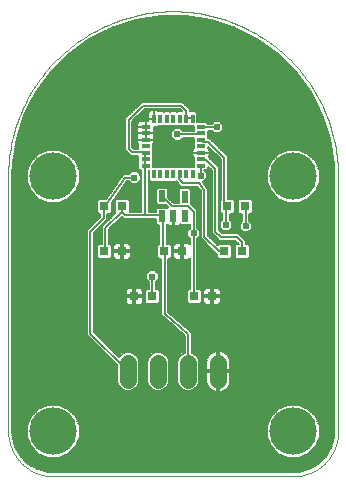
<source format=gtl>
G75*
%MOIN*%
%OFA0B0*%
%FSLAX25Y25*%
%IPPOS*%
%LPD*%
%AMOC8*
5,1,8,0,0,1.08239X$1,22.5*
%
%ADD10R,0.02165X0.03937*%
%ADD11R,0.03150X0.01181*%
%ADD12R,0.01181X0.03150*%
%ADD13R,0.03150X0.03150*%
%ADD14C,0.05543*%
%ADD15C,0.00000*%
%ADD16C,0.15811*%
%ADD17C,0.00600*%
%ADD18C,0.02400*%
D10*
X0057981Y0105659D03*
X0061800Y0105659D03*
X0065698Y0105659D03*
X0065619Y0112234D03*
X0058178Y0112313D03*
D11*
X0052548Y0122510D03*
X0052548Y0124675D03*
X0052548Y0126841D03*
X0052548Y0129006D03*
X0052548Y0131171D03*
X0052548Y0133337D03*
X0052548Y0135502D03*
X0071052Y0135502D03*
X0071052Y0133337D03*
X0071052Y0131171D03*
X0071052Y0129006D03*
X0071052Y0126841D03*
X0071052Y0124675D03*
X0071052Y0122510D03*
D12*
X0068296Y0119754D03*
X0066131Y0119754D03*
X0063965Y0119754D03*
X0061800Y0119754D03*
X0059635Y0119754D03*
X0057469Y0119754D03*
X0055304Y0119754D03*
X0055304Y0138258D03*
X0057469Y0138258D03*
X0059635Y0138258D03*
X0061800Y0138258D03*
X0063965Y0138258D03*
X0066131Y0138258D03*
X0068296Y0138258D03*
D13*
X0079847Y0109006D03*
X0085753Y0109006D03*
X0084753Y0094006D03*
X0078847Y0094006D03*
X0074753Y0079006D03*
X0068847Y0079006D03*
X0064753Y0094006D03*
X0058847Y0094006D03*
X0054753Y0079006D03*
X0048847Y0079006D03*
X0044753Y0094006D03*
X0038847Y0094006D03*
X0038847Y0109006D03*
X0044753Y0109006D03*
D14*
X0046800Y0056778D02*
X0046800Y0051234D01*
X0056800Y0051234D02*
X0056800Y0056778D01*
X0066800Y0056778D02*
X0066800Y0051234D01*
X0076800Y0051234D02*
X0076800Y0056778D01*
D15*
X0101800Y0019006D02*
X0102162Y0019010D01*
X0102525Y0019024D01*
X0102887Y0019045D01*
X0103248Y0019076D01*
X0103608Y0019115D01*
X0103967Y0019163D01*
X0104325Y0019220D01*
X0104682Y0019285D01*
X0105037Y0019359D01*
X0105390Y0019442D01*
X0105741Y0019533D01*
X0106089Y0019632D01*
X0106435Y0019740D01*
X0106779Y0019856D01*
X0107119Y0019981D01*
X0107456Y0020113D01*
X0107790Y0020254D01*
X0108121Y0020403D01*
X0108448Y0020560D01*
X0108771Y0020724D01*
X0109090Y0020896D01*
X0109404Y0021076D01*
X0109715Y0021264D01*
X0110020Y0021459D01*
X0110321Y0021661D01*
X0110617Y0021871D01*
X0110907Y0022087D01*
X0111193Y0022311D01*
X0111473Y0022541D01*
X0111747Y0022778D01*
X0112015Y0023022D01*
X0112278Y0023272D01*
X0112534Y0023528D01*
X0112784Y0023791D01*
X0113028Y0024059D01*
X0113265Y0024333D01*
X0113495Y0024613D01*
X0113719Y0024899D01*
X0113935Y0025189D01*
X0114145Y0025485D01*
X0114347Y0025786D01*
X0114542Y0026091D01*
X0114730Y0026402D01*
X0114910Y0026716D01*
X0115082Y0027035D01*
X0115246Y0027358D01*
X0115403Y0027685D01*
X0115552Y0028016D01*
X0115693Y0028350D01*
X0115825Y0028687D01*
X0115950Y0029027D01*
X0116066Y0029371D01*
X0116174Y0029717D01*
X0116273Y0030065D01*
X0116364Y0030416D01*
X0116447Y0030769D01*
X0116521Y0031124D01*
X0116586Y0031481D01*
X0116643Y0031839D01*
X0116691Y0032198D01*
X0116730Y0032558D01*
X0116761Y0032919D01*
X0116782Y0033281D01*
X0116796Y0033644D01*
X0116800Y0034006D01*
X0116800Y0119006D01*
X0116784Y0120345D01*
X0116735Y0121684D01*
X0116653Y0123021D01*
X0116539Y0124355D01*
X0116393Y0125687D01*
X0116214Y0127014D01*
X0116003Y0128337D01*
X0115759Y0129654D01*
X0115484Y0130965D01*
X0115177Y0132268D01*
X0114838Y0133564D01*
X0114468Y0134851D01*
X0114067Y0136129D01*
X0113634Y0137397D01*
X0113171Y0138654D01*
X0112677Y0139899D01*
X0112153Y0141132D01*
X0111600Y0142351D01*
X0111016Y0143557D01*
X0110404Y0144748D01*
X0109763Y0145924D01*
X0109093Y0147084D01*
X0108395Y0148227D01*
X0107670Y0149353D01*
X0106917Y0150461D01*
X0106138Y0151551D01*
X0105332Y0152621D01*
X0104501Y0153671D01*
X0103644Y0154700D01*
X0102762Y0155709D01*
X0101857Y0156695D01*
X0100927Y0157659D01*
X0099974Y0158601D01*
X0098999Y0159519D01*
X0098001Y0160412D01*
X0096982Y0161282D01*
X0095942Y0162126D01*
X0094882Y0162944D01*
X0093802Y0163737D01*
X0092704Y0164503D01*
X0091586Y0165242D01*
X0090452Y0165954D01*
X0089300Y0166637D01*
X0088132Y0167293D01*
X0086948Y0167920D01*
X0085750Y0168518D01*
X0084537Y0169086D01*
X0083311Y0169625D01*
X0082072Y0170134D01*
X0080821Y0170612D01*
X0079558Y0171060D01*
X0078286Y0171477D01*
X0077003Y0171863D01*
X0075711Y0172218D01*
X0074411Y0172541D01*
X0073104Y0172832D01*
X0071790Y0173091D01*
X0070470Y0173318D01*
X0069145Y0173513D01*
X0067815Y0173676D01*
X0066482Y0173806D01*
X0065147Y0173904D01*
X0063809Y0173969D01*
X0062470Y0174002D01*
X0061130Y0174002D01*
X0059791Y0173969D01*
X0058453Y0173904D01*
X0057118Y0173806D01*
X0055785Y0173676D01*
X0054455Y0173513D01*
X0053130Y0173318D01*
X0051810Y0173091D01*
X0050496Y0172832D01*
X0049189Y0172541D01*
X0047889Y0172218D01*
X0046597Y0171863D01*
X0045314Y0171477D01*
X0044042Y0171060D01*
X0042779Y0170612D01*
X0041528Y0170134D01*
X0040289Y0169625D01*
X0039063Y0169086D01*
X0037850Y0168518D01*
X0036652Y0167920D01*
X0035468Y0167293D01*
X0034300Y0166637D01*
X0033148Y0165954D01*
X0032014Y0165242D01*
X0030896Y0164503D01*
X0029798Y0163737D01*
X0028718Y0162944D01*
X0027658Y0162126D01*
X0026618Y0161282D01*
X0025599Y0160412D01*
X0024601Y0159519D01*
X0023626Y0158601D01*
X0022673Y0157659D01*
X0021743Y0156695D01*
X0020838Y0155709D01*
X0019956Y0154700D01*
X0019099Y0153671D01*
X0018268Y0152621D01*
X0017462Y0151551D01*
X0016683Y0150461D01*
X0015930Y0149353D01*
X0015205Y0148227D01*
X0014507Y0147084D01*
X0013837Y0145924D01*
X0013196Y0144748D01*
X0012584Y0143557D01*
X0012000Y0142351D01*
X0011447Y0141132D01*
X0010923Y0139899D01*
X0010429Y0138654D01*
X0009966Y0137397D01*
X0009533Y0136129D01*
X0009132Y0134851D01*
X0008762Y0133564D01*
X0008423Y0132268D01*
X0008116Y0130965D01*
X0007841Y0129654D01*
X0007597Y0128337D01*
X0007386Y0127014D01*
X0007207Y0125687D01*
X0007061Y0124355D01*
X0006947Y0123021D01*
X0006865Y0121684D01*
X0006816Y0120345D01*
X0006800Y0119006D01*
X0006800Y0034006D01*
X0006804Y0033644D01*
X0006818Y0033281D01*
X0006839Y0032919D01*
X0006870Y0032558D01*
X0006909Y0032198D01*
X0006957Y0031839D01*
X0007014Y0031481D01*
X0007079Y0031124D01*
X0007153Y0030769D01*
X0007236Y0030416D01*
X0007327Y0030065D01*
X0007426Y0029717D01*
X0007534Y0029371D01*
X0007650Y0029027D01*
X0007775Y0028687D01*
X0007907Y0028350D01*
X0008048Y0028016D01*
X0008197Y0027685D01*
X0008354Y0027358D01*
X0008518Y0027035D01*
X0008690Y0026716D01*
X0008870Y0026402D01*
X0009058Y0026091D01*
X0009253Y0025786D01*
X0009455Y0025485D01*
X0009665Y0025189D01*
X0009881Y0024899D01*
X0010105Y0024613D01*
X0010335Y0024333D01*
X0010572Y0024059D01*
X0010816Y0023791D01*
X0011066Y0023528D01*
X0011322Y0023272D01*
X0011585Y0023022D01*
X0011853Y0022778D01*
X0012127Y0022541D01*
X0012407Y0022311D01*
X0012693Y0022087D01*
X0012983Y0021871D01*
X0013279Y0021661D01*
X0013580Y0021459D01*
X0013885Y0021264D01*
X0014196Y0021076D01*
X0014510Y0020896D01*
X0014829Y0020724D01*
X0015152Y0020560D01*
X0015479Y0020403D01*
X0015810Y0020254D01*
X0016144Y0020113D01*
X0016481Y0019981D01*
X0016821Y0019856D01*
X0017165Y0019740D01*
X0017511Y0019632D01*
X0017859Y0019533D01*
X0018210Y0019442D01*
X0018563Y0019359D01*
X0018918Y0019285D01*
X0019275Y0019220D01*
X0019633Y0019163D01*
X0019992Y0019115D01*
X0020352Y0019076D01*
X0020713Y0019045D01*
X0021075Y0019024D01*
X0021438Y0019010D01*
X0021800Y0019006D01*
X0101800Y0019006D01*
D16*
X0101800Y0034006D03*
X0101800Y0119006D03*
X0021800Y0119006D03*
X0021800Y0034006D03*
D17*
X0013460Y0023137D02*
X0010931Y0025666D01*
X0009143Y0028763D01*
X0008217Y0032218D01*
X0008100Y0034006D01*
X0008100Y0119006D01*
X0008266Y0123219D01*
X0009584Y0131542D01*
X0012188Y0139556D01*
X0016013Y0147064D01*
X0020966Y0153881D01*
X0026925Y0159840D01*
X0033742Y0164793D01*
X0041250Y0168618D01*
X0049264Y0171222D01*
X0057587Y0172540D01*
X0066013Y0172540D01*
X0074336Y0171222D01*
X0082350Y0168618D01*
X0089858Y0164793D01*
X0096675Y0159840D01*
X0102634Y0153881D01*
X0107587Y0147064D01*
X0111412Y0139556D01*
X0114016Y0131542D01*
X0115334Y0123219D01*
X0115500Y0119006D01*
X0115500Y0034006D01*
X0115383Y0032218D01*
X0114457Y0028763D01*
X0112669Y0025666D01*
X0110140Y0023137D01*
X0107043Y0021349D01*
X0103588Y0020423D01*
X0101800Y0020306D01*
X0021800Y0020306D01*
X0020012Y0020423D01*
X0016557Y0021349D01*
X0013460Y0023137D01*
X0013401Y0023195D02*
X0110199Y0023195D01*
X0110797Y0023794D02*
X0012803Y0023794D01*
X0012204Y0024393D02*
X0111396Y0024393D01*
X0111994Y0024991D02*
X0011606Y0024991D01*
X0011007Y0025590D02*
X0019109Y0025590D01*
X0020048Y0025200D02*
X0023552Y0025200D01*
X0026788Y0026541D01*
X0029265Y0029018D01*
X0030605Y0032254D01*
X0030605Y0035757D01*
X0029265Y0038994D01*
X0026788Y0041471D01*
X0023552Y0042811D01*
X0020048Y0042811D01*
X0016812Y0041471D01*
X0014335Y0038994D01*
X0012994Y0035757D01*
X0012994Y0032254D01*
X0014335Y0029018D01*
X0016812Y0026541D01*
X0020048Y0025200D01*
X0017664Y0026188D02*
X0010630Y0026188D01*
X0010931Y0025666D02*
X0010931Y0025666D01*
X0010284Y0026787D02*
X0016566Y0026787D01*
X0015968Y0027385D02*
X0009938Y0027385D01*
X0009593Y0027984D02*
X0015369Y0027984D01*
X0014771Y0028582D02*
X0009247Y0028582D01*
X0009031Y0029181D02*
X0014268Y0029181D01*
X0014020Y0029779D02*
X0008871Y0029779D01*
X0008710Y0030378D02*
X0013772Y0030378D01*
X0013524Y0030976D02*
X0008550Y0030976D01*
X0008389Y0031575D02*
X0013276Y0031575D01*
X0013028Y0032173D02*
X0008229Y0032173D01*
X0008181Y0032772D02*
X0012994Y0032772D01*
X0012994Y0033370D02*
X0008142Y0033370D01*
X0008102Y0033969D02*
X0012994Y0033969D01*
X0012994Y0034567D02*
X0008100Y0034567D01*
X0008100Y0035166D02*
X0012994Y0035166D01*
X0012997Y0035764D02*
X0008100Y0035764D01*
X0008100Y0036363D02*
X0013245Y0036363D01*
X0013493Y0036961D02*
X0008100Y0036961D01*
X0008100Y0037560D02*
X0013741Y0037560D01*
X0013989Y0038158D02*
X0008100Y0038158D01*
X0008100Y0038757D02*
X0014237Y0038757D01*
X0014697Y0039355D02*
X0008100Y0039355D01*
X0008100Y0039954D02*
X0015295Y0039954D01*
X0015894Y0040552D02*
X0008100Y0040552D01*
X0008100Y0041151D02*
X0016492Y0041151D01*
X0017484Y0041749D02*
X0008100Y0041749D01*
X0008100Y0042348D02*
X0018929Y0042348D01*
X0024671Y0042348D02*
X0098929Y0042348D01*
X0100048Y0042811D02*
X0096812Y0041471D01*
X0094335Y0038994D01*
X0092994Y0035757D01*
X0092994Y0032254D01*
X0094335Y0029018D01*
X0096812Y0026541D01*
X0100048Y0025200D01*
X0103552Y0025200D01*
X0106788Y0026541D01*
X0109265Y0029018D01*
X0110605Y0032254D01*
X0110605Y0035757D01*
X0109265Y0038994D01*
X0106788Y0041471D01*
X0103552Y0042811D01*
X0100048Y0042811D01*
X0097484Y0041749D02*
X0026116Y0041749D01*
X0027108Y0041151D02*
X0096492Y0041151D01*
X0095894Y0040552D02*
X0027706Y0040552D01*
X0028305Y0039954D02*
X0095295Y0039954D01*
X0094697Y0039355D02*
X0028903Y0039355D01*
X0029363Y0038757D02*
X0094237Y0038757D01*
X0093989Y0038158D02*
X0029611Y0038158D01*
X0029859Y0037560D02*
X0093741Y0037560D01*
X0093493Y0036961D02*
X0030107Y0036961D01*
X0030355Y0036363D02*
X0093245Y0036363D01*
X0092997Y0035764D02*
X0030603Y0035764D01*
X0030605Y0035166D02*
X0092994Y0035166D01*
X0092994Y0034567D02*
X0030605Y0034567D01*
X0030605Y0033969D02*
X0092994Y0033969D01*
X0092994Y0033370D02*
X0030605Y0033370D01*
X0030605Y0032772D02*
X0092994Y0032772D01*
X0093028Y0032173D02*
X0030572Y0032173D01*
X0030324Y0031575D02*
X0093276Y0031575D01*
X0093524Y0030976D02*
X0030076Y0030976D01*
X0029828Y0030378D02*
X0093772Y0030378D01*
X0094020Y0029779D02*
X0029580Y0029779D01*
X0029332Y0029181D02*
X0094268Y0029181D01*
X0094771Y0028582D02*
X0028829Y0028582D01*
X0028231Y0027984D02*
X0095369Y0027984D01*
X0095968Y0027385D02*
X0027632Y0027385D01*
X0027034Y0026787D02*
X0096566Y0026787D01*
X0097664Y0026188D02*
X0025936Y0026188D01*
X0024491Y0025590D02*
X0099109Y0025590D01*
X0104491Y0025590D02*
X0112593Y0025590D01*
X0112970Y0026188D02*
X0105936Y0026188D01*
X0107034Y0026787D02*
X0113316Y0026787D01*
X0113662Y0027385D02*
X0107632Y0027385D01*
X0108231Y0027984D02*
X0114007Y0027984D01*
X0114353Y0028582D02*
X0108829Y0028582D01*
X0109332Y0029181D02*
X0114569Y0029181D01*
X0114729Y0029779D02*
X0109580Y0029779D01*
X0109828Y0030378D02*
X0114890Y0030378D01*
X0115050Y0030976D02*
X0110076Y0030976D01*
X0110324Y0031575D02*
X0115210Y0031575D01*
X0115371Y0032173D02*
X0110572Y0032173D01*
X0110605Y0032772D02*
X0115419Y0032772D01*
X0115458Y0033370D02*
X0110605Y0033370D01*
X0110605Y0033969D02*
X0115498Y0033969D01*
X0115500Y0034567D02*
X0110605Y0034567D01*
X0110605Y0035166D02*
X0115500Y0035166D01*
X0115500Y0035764D02*
X0110603Y0035764D01*
X0110355Y0036363D02*
X0115500Y0036363D01*
X0115500Y0036961D02*
X0110107Y0036961D01*
X0109859Y0037560D02*
X0115500Y0037560D01*
X0115500Y0038158D02*
X0109611Y0038158D01*
X0109363Y0038757D02*
X0115500Y0038757D01*
X0115500Y0039355D02*
X0108903Y0039355D01*
X0108305Y0039954D02*
X0115500Y0039954D01*
X0115500Y0040552D02*
X0107706Y0040552D01*
X0107108Y0041151D02*
X0115500Y0041151D01*
X0115500Y0041749D02*
X0106116Y0041749D01*
X0104671Y0042348D02*
X0115500Y0042348D01*
X0115500Y0042946D02*
X0008100Y0042946D01*
X0008100Y0043545D02*
X0115500Y0043545D01*
X0115500Y0044143D02*
X0008100Y0044143D01*
X0008100Y0044742D02*
X0115500Y0044742D01*
X0115500Y0045340D02*
X0008100Y0045340D01*
X0008100Y0045939D02*
X0115500Y0045939D01*
X0115500Y0046537D02*
X0008100Y0046537D01*
X0008100Y0047136D02*
X0115500Y0047136D01*
X0115500Y0047734D02*
X0078900Y0047734D01*
X0078934Y0047752D02*
X0079452Y0048129D01*
X0079906Y0048582D01*
X0080282Y0049100D01*
X0080573Y0049671D01*
X0080771Y0050281D01*
X0080872Y0050914D01*
X0080872Y0053706D01*
X0077100Y0053706D01*
X0077100Y0054306D01*
X0076500Y0054306D01*
X0076500Y0060849D01*
X0076480Y0060849D01*
X0075847Y0060749D01*
X0075237Y0060551D01*
X0074666Y0060260D01*
X0074147Y0059883D01*
X0073694Y0059430D01*
X0073318Y0058912D01*
X0073027Y0058341D01*
X0072829Y0057731D01*
X0072728Y0057098D01*
X0072728Y0054306D01*
X0076500Y0054306D01*
X0076500Y0053706D01*
X0072728Y0053706D01*
X0072728Y0050914D01*
X0072829Y0050281D01*
X0073027Y0049671D01*
X0073318Y0049100D01*
X0073694Y0048582D01*
X0074147Y0048129D01*
X0074666Y0047752D01*
X0075237Y0047461D01*
X0075847Y0047263D01*
X0076480Y0047163D01*
X0076500Y0047163D01*
X0076500Y0053706D01*
X0077100Y0053706D01*
X0077100Y0047163D01*
X0077120Y0047163D01*
X0077753Y0047263D01*
X0078363Y0047461D01*
X0078934Y0047752D01*
X0079657Y0048333D02*
X0115500Y0048333D01*
X0115500Y0048931D02*
X0080160Y0048931D01*
X0080501Y0049530D02*
X0115500Y0049530D01*
X0115500Y0050128D02*
X0080722Y0050128D01*
X0080842Y0050727D02*
X0115500Y0050727D01*
X0115500Y0051326D02*
X0080872Y0051326D01*
X0080872Y0051924D02*
X0115500Y0051924D01*
X0115500Y0052523D02*
X0080872Y0052523D01*
X0080872Y0053121D02*
X0115500Y0053121D01*
X0115500Y0053720D02*
X0077100Y0053720D01*
X0077100Y0054306D02*
X0080872Y0054306D01*
X0080872Y0057098D01*
X0080771Y0057731D01*
X0080573Y0058341D01*
X0080282Y0058912D01*
X0079906Y0059430D01*
X0079452Y0059883D01*
X0078934Y0060260D01*
X0078363Y0060551D01*
X0077753Y0060749D01*
X0077120Y0060849D01*
X0077100Y0060849D01*
X0077100Y0054306D01*
X0077100Y0054318D02*
X0076500Y0054318D01*
X0076500Y0053720D02*
X0070472Y0053720D01*
X0070472Y0054318D02*
X0072728Y0054318D01*
X0072728Y0054917D02*
X0070472Y0054917D01*
X0070472Y0055515D02*
X0072728Y0055515D01*
X0072728Y0056114D02*
X0070472Y0056114D01*
X0070472Y0056712D02*
X0072728Y0056712D01*
X0072762Y0057311D02*
X0070472Y0057311D01*
X0070472Y0057508D02*
X0069913Y0058857D01*
X0068880Y0059890D01*
X0068000Y0060255D01*
X0068000Y0065956D01*
X0068031Y0065992D01*
X0068000Y0066447D01*
X0068000Y0066903D01*
X0067966Y0066936D01*
X0067963Y0066984D01*
X0067619Y0067283D01*
X0067297Y0067606D01*
X0067250Y0067606D01*
X0060200Y0073752D01*
X0060200Y0091531D01*
X0060795Y0091531D01*
X0061322Y0092058D01*
X0061322Y0095953D01*
X0060795Y0096481D01*
X0059600Y0096481D01*
X0059600Y0102954D01*
X0059626Y0102981D01*
X0059677Y0102893D01*
X0059919Y0102651D01*
X0060216Y0102480D01*
X0060546Y0102391D01*
X0061559Y0102391D01*
X0061559Y0105418D01*
X0062041Y0105418D01*
X0062041Y0102391D01*
X0063054Y0102391D01*
X0063384Y0102480D01*
X0063681Y0102651D01*
X0063923Y0102893D01*
X0064003Y0103031D01*
X0064242Y0102791D01*
X0067153Y0102791D01*
X0067400Y0103038D01*
X0067400Y0101776D01*
X0066500Y0100876D01*
X0066500Y0099136D01*
X0067400Y0098236D01*
X0067400Y0096323D01*
X0067368Y0096379D01*
X0067126Y0096621D01*
X0066829Y0096792D01*
X0066499Y0096881D01*
X0065053Y0096881D01*
X0065053Y0094306D01*
X0064453Y0094306D01*
X0064453Y0096881D01*
X0063007Y0096881D01*
X0062676Y0096792D01*
X0062380Y0096621D01*
X0062138Y0096379D01*
X0061967Y0096082D01*
X0061878Y0095752D01*
X0061878Y0094306D01*
X0064453Y0094306D01*
X0064453Y0093706D01*
X0065053Y0093706D01*
X0065053Y0091131D01*
X0066499Y0091131D01*
X0066829Y0091220D01*
X0067126Y0091391D01*
X0067368Y0091633D01*
X0067400Y0091689D01*
X0067400Y0081481D01*
X0066900Y0081481D01*
X0066372Y0080953D01*
X0066372Y0077058D01*
X0066900Y0076531D01*
X0070795Y0076531D01*
X0071322Y0077058D01*
X0071322Y0080953D01*
X0070795Y0081481D01*
X0069800Y0081481D01*
X0069800Y0098236D01*
X0070700Y0099136D01*
X0070700Y0100876D01*
X0069800Y0101776D01*
X0069800Y0107703D01*
X0068000Y0109503D01*
X0067602Y0109901D01*
X0067602Y0114576D01*
X0067074Y0115103D01*
X0064163Y0115103D01*
X0063636Y0114576D01*
X0063636Y0110206D01*
X0061897Y0110206D01*
X0060161Y0111942D01*
X0060161Y0114654D01*
X0059633Y0115181D01*
X0056722Y0115181D01*
X0056195Y0114654D01*
X0056195Y0109972D01*
X0056722Y0109444D01*
X0059264Y0109444D01*
X0059996Y0108713D01*
X0059919Y0108668D01*
X0059677Y0108426D01*
X0059626Y0108338D01*
X0059437Y0108528D01*
X0056526Y0108528D01*
X0055998Y0108001D01*
X0055998Y0107206D01*
X0053600Y0107206D01*
X0053600Y0121019D01*
X0053813Y0121019D01*
X0053813Y0117806D01*
X0054341Y0117279D01*
X0056267Y0117279D01*
X0056387Y0117398D01*
X0056506Y0117279D01*
X0058433Y0117279D01*
X0058552Y0117398D01*
X0058671Y0117279D01*
X0060598Y0117279D01*
X0060717Y0117398D01*
X0060837Y0117279D01*
X0062763Y0117279D01*
X0062797Y0117312D01*
X0064503Y0115606D01*
X0069800Y0115606D01*
X0071000Y0114006D01*
X0071000Y0098309D01*
X0075800Y0093509D01*
X0076372Y0092936D01*
X0076372Y0092058D01*
X0076900Y0091531D01*
X0080795Y0091531D01*
X0081322Y0092058D01*
X0081322Y0095953D01*
X0080795Y0096481D01*
X0076900Y0096481D01*
X0076561Y0096142D01*
X0073400Y0099303D01*
X0073400Y0114321D01*
X0073458Y0114728D01*
X0073400Y0114806D01*
X0073400Y0114903D01*
X0073109Y0115194D01*
X0071675Y0117106D01*
X0071870Y0117106D01*
X0073100Y0118336D01*
X0073100Y0120076D01*
X0072200Y0120976D01*
X0072200Y0121019D01*
X0073000Y0121019D01*
X0073527Y0121546D01*
X0073527Y0122182D01*
X0074600Y0121109D01*
X0074600Y0100109D01*
X0075303Y0099406D01*
X0076400Y0098309D01*
X0077103Y0097606D01*
X0082503Y0097606D01*
X0083600Y0096509D01*
X0083600Y0096481D01*
X0082805Y0096481D01*
X0082278Y0095953D01*
X0082278Y0092058D01*
X0082805Y0091531D01*
X0086700Y0091531D01*
X0087228Y0092058D01*
X0087228Y0095953D01*
X0086700Y0096481D01*
X0086000Y0096481D01*
X0086000Y0097503D01*
X0085297Y0098206D01*
X0083497Y0100006D01*
X0078097Y0100006D01*
X0077000Y0101103D01*
X0077000Y0122103D01*
X0076297Y0122806D01*
X0073659Y0125444D01*
X0073667Y0125452D01*
X0073838Y0125748D01*
X0073927Y0126079D01*
X0073927Y0126840D01*
X0071052Y0126840D01*
X0071052Y0126841D01*
X0073927Y0126841D01*
X0073927Y0127602D01*
X0073838Y0127933D01*
X0073667Y0128229D01*
X0073527Y0128370D01*
X0073527Y0128782D01*
X0077600Y0124709D01*
X0077600Y0111181D01*
X0077372Y0110953D01*
X0077372Y0107058D01*
X0077900Y0106531D01*
X0078200Y0106531D01*
X0078200Y0104576D01*
X0077300Y0103676D01*
X0077300Y0101936D01*
X0078530Y0100706D01*
X0080270Y0100706D01*
X0081500Y0101936D01*
X0081500Y0103676D01*
X0080600Y0104576D01*
X0080600Y0106531D01*
X0081795Y0106531D01*
X0082322Y0107058D01*
X0082322Y0110953D01*
X0081795Y0111481D01*
X0080000Y0111481D01*
X0080000Y0125703D01*
X0074600Y0131103D01*
X0073897Y0131806D01*
X0073527Y0131806D01*
X0073527Y0132135D01*
X0073407Y0132254D01*
X0073527Y0132373D01*
X0073527Y0134206D01*
X0074630Y0134206D01*
X0075530Y0133306D01*
X0077270Y0133306D01*
X0078500Y0134536D01*
X0078500Y0136276D01*
X0077270Y0137506D01*
X0075530Y0137506D01*
X0074630Y0136606D01*
X0073386Y0136606D01*
X0073000Y0136993D01*
X0069787Y0136993D01*
X0069787Y0140205D01*
X0069259Y0140733D01*
X0067400Y0140733D01*
X0067400Y0141303D01*
X0066697Y0142006D01*
X0064897Y0143806D01*
X0051303Y0143806D01*
X0046503Y0139006D01*
X0045800Y0138303D01*
X0045800Y0127709D01*
X0046503Y0127006D01*
X0047000Y0126509D01*
X0047703Y0125806D01*
X0050145Y0125806D01*
X0050193Y0125758D01*
X0050073Y0125639D01*
X0050073Y0123712D01*
X0050193Y0123593D01*
X0050073Y0123473D01*
X0050073Y0121546D01*
X0050600Y0121019D01*
X0051200Y0121019D01*
X0051200Y0107206D01*
X0047228Y0107206D01*
X0047228Y0110953D01*
X0046700Y0111481D01*
X0042805Y0111481D01*
X0042278Y0110953D01*
X0042278Y0107058D01*
X0042517Y0106820D01*
X0038000Y0102303D01*
X0038000Y0096481D01*
X0036900Y0096481D01*
X0036372Y0095953D01*
X0036372Y0092058D01*
X0036900Y0091531D01*
X0040795Y0091531D01*
X0041322Y0092058D01*
X0041322Y0095953D01*
X0040795Y0096481D01*
X0040400Y0096481D01*
X0040400Y0101309D01*
X0044600Y0105509D01*
X0045303Y0104806D01*
X0055998Y0104806D01*
X0055998Y0103318D01*
X0056526Y0102791D01*
X0057200Y0102791D01*
X0057200Y0096481D01*
X0056900Y0096481D01*
X0056372Y0095953D01*
X0056372Y0092058D01*
X0056900Y0091531D01*
X0057800Y0091531D01*
X0057800Y0073656D01*
X0057769Y0073620D01*
X0057800Y0073165D01*
X0057800Y0072709D01*
X0057834Y0072675D01*
X0057837Y0072628D01*
X0058181Y0072328D01*
X0058503Y0072006D01*
X0058550Y0072006D01*
X0065600Y0065860D01*
X0065600Y0060255D01*
X0064720Y0059890D01*
X0063687Y0058857D01*
X0063128Y0057508D01*
X0063128Y0050504D01*
X0063687Y0049154D01*
X0064720Y0048122D01*
X0066070Y0047563D01*
X0067530Y0047563D01*
X0068880Y0048122D01*
X0069913Y0049154D01*
X0070472Y0050504D01*
X0070472Y0057508D01*
X0070305Y0057909D02*
X0072886Y0057909D01*
X0073112Y0058508D02*
X0070058Y0058508D01*
X0069664Y0059106D02*
X0073459Y0059106D01*
X0073969Y0059705D02*
X0069065Y0059705D01*
X0068000Y0060303D02*
X0074751Y0060303D01*
X0076500Y0060303D02*
X0077100Y0060303D01*
X0077100Y0059705D02*
X0076500Y0059705D01*
X0076500Y0059106D02*
X0077100Y0059106D01*
X0077100Y0058508D02*
X0076500Y0058508D01*
X0076500Y0057909D02*
X0077100Y0057909D01*
X0077100Y0057311D02*
X0076500Y0057311D01*
X0076500Y0056712D02*
X0077100Y0056712D01*
X0077100Y0056114D02*
X0076500Y0056114D01*
X0076500Y0055515D02*
X0077100Y0055515D01*
X0077100Y0054917D02*
X0076500Y0054917D01*
X0076500Y0053121D02*
X0077100Y0053121D01*
X0077100Y0052523D02*
X0076500Y0052523D01*
X0076500Y0051924D02*
X0077100Y0051924D01*
X0077100Y0051326D02*
X0076500Y0051326D01*
X0076500Y0050727D02*
X0077100Y0050727D01*
X0077100Y0050128D02*
X0076500Y0050128D01*
X0076500Y0049530D02*
X0077100Y0049530D01*
X0077100Y0048931D02*
X0076500Y0048931D01*
X0076500Y0048333D02*
X0077100Y0048333D01*
X0077100Y0047734D02*
X0076500Y0047734D01*
X0074700Y0047734D02*
X0067945Y0047734D01*
X0069091Y0048333D02*
X0073943Y0048333D01*
X0073440Y0048931D02*
X0069690Y0048931D01*
X0070068Y0049530D02*
X0073099Y0049530D01*
X0072878Y0050128D02*
X0070316Y0050128D01*
X0070472Y0050727D02*
X0072758Y0050727D01*
X0072728Y0051326D02*
X0070472Y0051326D01*
X0070472Y0051924D02*
X0072728Y0051924D01*
X0072728Y0052523D02*
X0070472Y0052523D01*
X0070472Y0053121D02*
X0072728Y0053121D01*
X0066800Y0054006D02*
X0066800Y0066406D01*
X0059000Y0073206D01*
X0059000Y0094006D01*
X0058847Y0094006D01*
X0058400Y0094006D01*
X0058400Y0105406D01*
X0057981Y0105659D01*
X0057800Y0106006D01*
X0052400Y0106006D01*
X0052400Y0122206D01*
X0052548Y0122510D01*
X0052400Y0122806D01*
X0052400Y0124606D01*
X0052548Y0124675D01*
X0052400Y0125206D01*
X0052400Y0126406D01*
X0052548Y0126841D01*
X0052400Y0127006D01*
X0048200Y0127006D01*
X0047000Y0128206D01*
X0047000Y0137806D01*
X0051800Y0142606D01*
X0064400Y0142606D01*
X0066200Y0140806D01*
X0066200Y0138406D01*
X0066131Y0138258D01*
X0066200Y0138406D02*
X0068000Y0138406D01*
X0068296Y0138258D01*
X0069787Y0138110D02*
X0111882Y0138110D01*
X0111688Y0138708D02*
X0069787Y0138708D01*
X0069787Y0139307D02*
X0111493Y0139307D01*
X0111234Y0139905D02*
X0069787Y0139905D01*
X0069488Y0140504D02*
X0110929Y0140504D01*
X0110624Y0141102D02*
X0067400Y0141102D01*
X0067002Y0141701D02*
X0110320Y0141701D01*
X0110015Y0142299D02*
X0066404Y0142299D01*
X0066697Y0142006D02*
X0066697Y0142006D01*
X0065805Y0142898D02*
X0109710Y0142898D01*
X0109405Y0143496D02*
X0065207Y0143496D01*
X0063903Y0141406D02*
X0064576Y0140733D01*
X0063002Y0140733D01*
X0062883Y0140613D01*
X0062763Y0140733D01*
X0060837Y0140733D01*
X0060717Y0140613D01*
X0060598Y0140733D01*
X0058671Y0140733D01*
X0058552Y0140613D01*
X0058433Y0140733D01*
X0056833Y0140733D01*
X0056693Y0140873D01*
X0056396Y0141044D01*
X0056066Y0141133D01*
X0055304Y0141133D01*
X0055304Y0138258D01*
X0055304Y0138258D01*
X0055304Y0141133D01*
X0054542Y0141133D01*
X0054212Y0141044D01*
X0053915Y0140873D01*
X0053673Y0140631D01*
X0053502Y0140334D01*
X0053413Y0140004D01*
X0053413Y0138258D01*
X0055304Y0138258D01*
X0055304Y0138258D01*
X0053413Y0138258D01*
X0053413Y0137392D01*
X0052548Y0137392D01*
X0052548Y0135502D01*
X0052548Y0137393D01*
X0050802Y0137393D01*
X0050471Y0137304D01*
X0050175Y0137133D01*
X0049933Y0136891D01*
X0049762Y0136594D01*
X0049673Y0136264D01*
X0049673Y0135502D01*
X0052548Y0135502D01*
X0052548Y0135502D01*
X0052548Y0135502D01*
X0049673Y0135502D01*
X0049673Y0134740D01*
X0049759Y0134419D01*
X0049673Y0134098D01*
X0049673Y0133337D01*
X0052548Y0133337D01*
X0052548Y0135227D01*
X0052548Y0135502D01*
X0052548Y0135502D01*
X0052548Y0133337D01*
X0052548Y0133337D01*
X0052548Y0133337D01*
X0055423Y0133337D01*
X0055423Y0134098D01*
X0055337Y0134419D01*
X0055423Y0134740D01*
X0055423Y0135383D01*
X0056066Y0135383D01*
X0056396Y0135472D01*
X0056693Y0135643D01*
X0056833Y0135783D01*
X0058433Y0135783D01*
X0058552Y0135902D01*
X0058671Y0135783D01*
X0060598Y0135783D01*
X0060717Y0135902D01*
X0060837Y0135783D01*
X0062763Y0135783D01*
X0062883Y0135902D01*
X0063002Y0135783D01*
X0064929Y0135783D01*
X0065048Y0135902D01*
X0065167Y0135783D01*
X0067094Y0135783D01*
X0067213Y0135902D01*
X0067333Y0135783D01*
X0068577Y0135783D01*
X0068577Y0134539D01*
X0068697Y0134419D01*
X0068577Y0134300D01*
X0068577Y0134206D01*
X0064970Y0134206D01*
X0064070Y0135106D01*
X0062330Y0135106D01*
X0061100Y0133876D01*
X0061100Y0132136D01*
X0062330Y0130906D01*
X0064070Y0130906D01*
X0064970Y0131806D01*
X0068577Y0131806D01*
X0068577Y0130208D01*
X0068697Y0130089D01*
X0068577Y0129969D01*
X0068577Y0128370D01*
X0068437Y0128229D01*
X0068266Y0127933D01*
X0068177Y0127602D01*
X0068177Y0126841D01*
X0071052Y0126841D01*
X0071052Y0126840D01*
X0068177Y0126840D01*
X0068177Y0126079D01*
X0068266Y0125748D01*
X0068437Y0125452D01*
X0068577Y0125312D01*
X0068577Y0123712D01*
X0068697Y0123593D01*
X0068577Y0123473D01*
X0068577Y0122229D01*
X0067333Y0122229D01*
X0067213Y0122109D01*
X0067094Y0122229D01*
X0065167Y0122229D01*
X0065048Y0122109D01*
X0064929Y0122229D01*
X0063002Y0122229D01*
X0062883Y0122109D01*
X0062763Y0122229D01*
X0060837Y0122229D01*
X0060717Y0122109D01*
X0060598Y0122229D01*
X0058671Y0122229D01*
X0058552Y0122109D01*
X0058433Y0122229D01*
X0056506Y0122229D01*
X0056387Y0122109D01*
X0056267Y0122229D01*
X0055023Y0122229D01*
X0055023Y0123473D01*
X0054903Y0123593D01*
X0055023Y0123712D01*
X0055023Y0125639D01*
X0054903Y0125758D01*
X0055023Y0125877D01*
X0055023Y0127804D01*
X0054903Y0127923D01*
X0055023Y0128043D01*
X0055023Y0129642D01*
X0055163Y0129782D01*
X0055334Y0130079D01*
X0055423Y0130410D01*
X0055423Y0131171D01*
X0052548Y0131171D01*
X0049673Y0131171D01*
X0049673Y0130410D01*
X0049762Y0130079D01*
X0049933Y0129782D01*
X0050073Y0129642D01*
X0050073Y0128206D01*
X0048697Y0128206D01*
X0048200Y0128703D01*
X0048200Y0137309D01*
X0052297Y0141406D01*
X0063903Y0141406D01*
X0064207Y0141102D02*
X0056179Y0141102D01*
X0055304Y0141102D02*
X0055304Y0141102D01*
X0055304Y0140504D02*
X0055304Y0140504D01*
X0055304Y0139905D02*
X0055304Y0139905D01*
X0055304Y0139307D02*
X0055304Y0139307D01*
X0055304Y0138708D02*
X0055304Y0138708D01*
X0053413Y0138708D02*
X0049599Y0138708D01*
X0049001Y0138110D02*
X0053413Y0138110D01*
X0053413Y0137511D02*
X0048402Y0137511D01*
X0048200Y0136913D02*
X0049955Y0136913D01*
X0049687Y0136314D02*
X0048200Y0136314D01*
X0048200Y0135716D02*
X0049673Y0135716D01*
X0049673Y0135117D02*
X0048200Y0135117D01*
X0048200Y0134519D02*
X0049733Y0134519D01*
X0049673Y0133920D02*
X0048200Y0133920D01*
X0048200Y0133322D02*
X0049673Y0133322D01*
X0049673Y0133337D02*
X0049673Y0132575D01*
X0049759Y0132254D01*
X0049673Y0131933D01*
X0049673Y0131171D01*
X0052548Y0131171D01*
X0052548Y0131171D01*
X0052548Y0131171D01*
X0055423Y0131171D01*
X0055423Y0131933D01*
X0055337Y0132254D01*
X0055423Y0132575D01*
X0055423Y0133337D01*
X0052548Y0133337D01*
X0052548Y0133337D01*
X0049673Y0133337D01*
X0049673Y0132723D02*
X0048200Y0132723D01*
X0048200Y0132125D02*
X0049725Y0132125D01*
X0049673Y0131526D02*
X0048200Y0131526D01*
X0048200Y0130928D02*
X0049673Y0130928D01*
X0049695Y0130329D02*
X0048200Y0130329D01*
X0048200Y0129730D02*
X0049985Y0129730D01*
X0050073Y0129132D02*
X0048200Y0129132D01*
X0048369Y0128533D02*
X0050073Y0128533D01*
X0050073Y0125541D02*
X0027718Y0125541D01*
X0028316Y0124942D02*
X0050073Y0124942D01*
X0050073Y0124344D02*
X0028915Y0124344D01*
X0029265Y0123994D02*
X0026788Y0126471D01*
X0023552Y0127811D01*
X0020048Y0127811D01*
X0016812Y0126471D01*
X0014335Y0123994D01*
X0012994Y0120757D01*
X0012994Y0117254D01*
X0014335Y0114018D01*
X0016812Y0111541D01*
X0020048Y0110200D01*
X0023552Y0110200D01*
X0026788Y0111541D01*
X0029265Y0114018D01*
X0030605Y0117254D01*
X0030605Y0120757D01*
X0029265Y0123994D01*
X0029368Y0123745D02*
X0050073Y0123745D01*
X0050073Y0123147D02*
X0029616Y0123147D01*
X0029864Y0122548D02*
X0050073Y0122548D01*
X0050073Y0121950D02*
X0030112Y0121950D01*
X0030359Y0121351D02*
X0050268Y0121351D01*
X0049670Y0120706D02*
X0047930Y0120706D01*
X0047030Y0119806D01*
X0046173Y0119806D01*
X0046070Y0119876D01*
X0045690Y0119806D01*
X0045303Y0119806D01*
X0045215Y0119718D01*
X0045093Y0119695D01*
X0044874Y0119377D01*
X0044600Y0119103D01*
X0044600Y0118979D01*
X0039445Y0111481D01*
X0036900Y0111481D01*
X0036372Y0110953D01*
X0036372Y0107058D01*
X0036900Y0106531D01*
X0037400Y0106531D01*
X0037400Y0105503D01*
X0033703Y0101806D01*
X0033000Y0101103D01*
X0033000Y0066109D01*
X0043128Y0055980D01*
X0043128Y0050504D01*
X0043687Y0049154D01*
X0044720Y0048122D01*
X0046070Y0047563D01*
X0047530Y0047563D01*
X0048880Y0048122D01*
X0049913Y0049154D01*
X0050472Y0050504D01*
X0050472Y0057508D01*
X0049913Y0058857D01*
X0048880Y0059890D01*
X0047530Y0060449D01*
X0046070Y0060449D01*
X0044720Y0059890D01*
X0043687Y0058857D01*
X0043675Y0058828D01*
X0035400Y0067103D01*
X0035400Y0100109D01*
X0039800Y0104509D01*
X0039800Y0106531D01*
X0040795Y0106531D01*
X0041322Y0107058D01*
X0041322Y0109974D01*
X0046431Y0117406D01*
X0047030Y0117406D01*
X0047930Y0116506D01*
X0049670Y0116506D01*
X0050900Y0117736D01*
X0050900Y0119476D01*
X0049670Y0120706D01*
X0050221Y0120154D02*
X0051200Y0120154D01*
X0051200Y0119556D02*
X0050820Y0119556D01*
X0050900Y0118957D02*
X0051200Y0118957D01*
X0051200Y0118359D02*
X0050900Y0118359D01*
X0050900Y0117760D02*
X0051200Y0117760D01*
X0051200Y0117162D02*
X0050326Y0117162D01*
X0049727Y0116563D02*
X0051200Y0116563D01*
X0051200Y0115965D02*
X0045440Y0115965D01*
X0045029Y0115366D02*
X0051200Y0115366D01*
X0051200Y0114768D02*
X0044617Y0114768D01*
X0044206Y0114169D02*
X0051200Y0114169D01*
X0051200Y0113571D02*
X0043795Y0113571D01*
X0043383Y0112972D02*
X0051200Y0112972D01*
X0051200Y0112374D02*
X0042972Y0112374D01*
X0042560Y0111775D02*
X0051200Y0111775D01*
X0051200Y0111177D02*
X0047004Y0111177D01*
X0047228Y0110578D02*
X0051200Y0110578D01*
X0051200Y0109980D02*
X0047228Y0109980D01*
X0047228Y0109381D02*
X0051200Y0109381D01*
X0051200Y0108783D02*
X0047228Y0108783D01*
X0047228Y0108184D02*
X0051200Y0108184D01*
X0051200Y0107586D02*
X0047228Y0107586D01*
X0045800Y0106006D02*
X0044600Y0107206D01*
X0044600Y0109006D01*
X0044753Y0109006D01*
X0044600Y0107206D02*
X0039200Y0101806D01*
X0039200Y0094006D01*
X0038847Y0094006D01*
X0036372Y0093820D02*
X0035400Y0093820D01*
X0035400Y0094418D02*
X0036372Y0094418D01*
X0036372Y0095017D02*
X0035400Y0095017D01*
X0035400Y0095615D02*
X0036372Y0095615D01*
X0036633Y0096214D02*
X0035400Y0096214D01*
X0035400Y0096812D02*
X0038000Y0096812D01*
X0038000Y0097411D02*
X0035400Y0097411D01*
X0035400Y0098009D02*
X0038000Y0098009D01*
X0038000Y0098608D02*
X0035400Y0098608D01*
X0035400Y0099206D02*
X0038000Y0099206D01*
X0038000Y0099805D02*
X0035400Y0099805D01*
X0035695Y0100403D02*
X0038000Y0100403D01*
X0038000Y0101002D02*
X0036293Y0101002D01*
X0036892Y0101600D02*
X0038000Y0101600D01*
X0038000Y0102199D02*
X0037490Y0102199D01*
X0038089Y0102797D02*
X0038495Y0102797D01*
X0038687Y0103396D02*
X0039093Y0103396D01*
X0039286Y0103995D02*
X0039692Y0103995D01*
X0039800Y0104593D02*
X0040290Y0104593D01*
X0039800Y0105192D02*
X0040889Y0105192D01*
X0041487Y0105790D02*
X0039800Y0105790D01*
X0039800Y0106389D02*
X0042086Y0106389D01*
X0042349Y0106987D02*
X0041251Y0106987D01*
X0041322Y0107586D02*
X0042278Y0107586D01*
X0042278Y0108184D02*
X0041322Y0108184D01*
X0041322Y0108783D02*
X0042278Y0108783D01*
X0042278Y0109381D02*
X0041322Y0109381D01*
X0041326Y0109980D02*
X0042278Y0109980D01*
X0042278Y0110578D02*
X0041737Y0110578D01*
X0042149Y0111177D02*
X0042501Y0111177D01*
X0040882Y0113571D02*
X0028818Y0113571D01*
X0029328Y0114169D02*
X0041294Y0114169D01*
X0041705Y0114768D02*
X0029575Y0114768D01*
X0029823Y0115366D02*
X0042116Y0115366D01*
X0042528Y0115965D02*
X0030071Y0115965D01*
X0030319Y0116563D02*
X0042939Y0116563D01*
X0043351Y0117162D02*
X0030567Y0117162D01*
X0030605Y0117760D02*
X0043762Y0117760D01*
X0044174Y0118359D02*
X0030605Y0118359D01*
X0030605Y0118957D02*
X0044585Y0118957D01*
X0044997Y0119556D02*
X0030605Y0119556D01*
X0030605Y0120154D02*
X0047379Y0120154D01*
X0048800Y0118606D02*
X0045800Y0118606D01*
X0039200Y0109006D01*
X0038847Y0109006D01*
X0038600Y0109006D01*
X0038600Y0105006D01*
X0034200Y0100606D01*
X0034200Y0066606D01*
X0046800Y0054006D01*
X0043284Y0050128D02*
X0008100Y0050128D01*
X0008100Y0049530D02*
X0043532Y0049530D01*
X0043910Y0048931D02*
X0008100Y0048931D01*
X0008100Y0048333D02*
X0044509Y0048333D01*
X0045655Y0047734D02*
X0008100Y0047734D01*
X0008100Y0050727D02*
X0043128Y0050727D01*
X0043128Y0051326D02*
X0008100Y0051326D01*
X0008100Y0051924D02*
X0043128Y0051924D01*
X0043128Y0052523D02*
X0008100Y0052523D01*
X0008100Y0053121D02*
X0043128Y0053121D01*
X0043128Y0053720D02*
X0008100Y0053720D01*
X0008100Y0054318D02*
X0043128Y0054318D01*
X0043128Y0054917D02*
X0008100Y0054917D01*
X0008100Y0055515D02*
X0043128Y0055515D01*
X0042995Y0056114D02*
X0008100Y0056114D01*
X0008100Y0056712D02*
X0042397Y0056712D01*
X0041798Y0057311D02*
X0008100Y0057311D01*
X0008100Y0057909D02*
X0041200Y0057909D01*
X0040601Y0058508D02*
X0008100Y0058508D01*
X0008100Y0059106D02*
X0040003Y0059106D01*
X0039404Y0059705D02*
X0008100Y0059705D01*
X0008100Y0060303D02*
X0038806Y0060303D01*
X0038207Y0060902D02*
X0008100Y0060902D01*
X0008100Y0061500D02*
X0037609Y0061500D01*
X0037010Y0062099D02*
X0008100Y0062099D01*
X0008100Y0062697D02*
X0036412Y0062697D01*
X0035813Y0063296D02*
X0008100Y0063296D01*
X0008100Y0063894D02*
X0035215Y0063894D01*
X0034616Y0064493D02*
X0008100Y0064493D01*
X0008100Y0065091D02*
X0034018Y0065091D01*
X0033419Y0065690D02*
X0008100Y0065690D01*
X0008100Y0066288D02*
X0033000Y0066288D01*
X0033000Y0066887D02*
X0008100Y0066887D01*
X0008100Y0067485D02*
X0033000Y0067485D01*
X0033000Y0068084D02*
X0008100Y0068084D01*
X0008100Y0068682D02*
X0033000Y0068682D01*
X0033000Y0069281D02*
X0008100Y0069281D01*
X0008100Y0069879D02*
X0033000Y0069879D01*
X0033000Y0070478D02*
X0008100Y0070478D01*
X0008100Y0071076D02*
X0033000Y0071076D01*
X0033000Y0071675D02*
X0008100Y0071675D01*
X0008100Y0072273D02*
X0033000Y0072273D01*
X0033000Y0072872D02*
X0008100Y0072872D01*
X0008100Y0073470D02*
X0033000Y0073470D01*
X0033000Y0074069D02*
X0008100Y0074069D01*
X0008100Y0074667D02*
X0033000Y0074667D01*
X0033000Y0075266D02*
X0008100Y0075266D01*
X0008100Y0075864D02*
X0033000Y0075864D01*
X0033000Y0076463D02*
X0008100Y0076463D01*
X0008100Y0077062D02*
X0033000Y0077062D01*
X0033000Y0077660D02*
X0008100Y0077660D01*
X0008100Y0078259D02*
X0033000Y0078259D01*
X0033000Y0078857D02*
X0008100Y0078857D01*
X0008100Y0079456D02*
X0033000Y0079456D01*
X0033000Y0080054D02*
X0008100Y0080054D01*
X0008100Y0080653D02*
X0033000Y0080653D01*
X0033000Y0081251D02*
X0008100Y0081251D01*
X0008100Y0081850D02*
X0033000Y0081850D01*
X0033000Y0082448D02*
X0008100Y0082448D01*
X0008100Y0083047D02*
X0033000Y0083047D01*
X0033000Y0083645D02*
X0008100Y0083645D01*
X0008100Y0084244D02*
X0033000Y0084244D01*
X0033000Y0084842D02*
X0008100Y0084842D01*
X0008100Y0085441D02*
X0033000Y0085441D01*
X0033000Y0086039D02*
X0008100Y0086039D01*
X0008100Y0086638D02*
X0033000Y0086638D01*
X0033000Y0087236D02*
X0008100Y0087236D01*
X0008100Y0087835D02*
X0033000Y0087835D01*
X0033000Y0088433D02*
X0008100Y0088433D01*
X0008100Y0089032D02*
X0033000Y0089032D01*
X0033000Y0089630D02*
X0008100Y0089630D01*
X0008100Y0090229D02*
X0033000Y0090229D01*
X0033000Y0090827D02*
X0008100Y0090827D01*
X0008100Y0091426D02*
X0033000Y0091426D01*
X0033000Y0092024D02*
X0008100Y0092024D01*
X0008100Y0092623D02*
X0033000Y0092623D01*
X0033000Y0093221D02*
X0008100Y0093221D01*
X0008100Y0093820D02*
X0033000Y0093820D01*
X0033000Y0094418D02*
X0008100Y0094418D01*
X0008100Y0095017D02*
X0033000Y0095017D01*
X0033000Y0095615D02*
X0008100Y0095615D01*
X0008100Y0096214D02*
X0033000Y0096214D01*
X0033000Y0096812D02*
X0008100Y0096812D01*
X0008100Y0097411D02*
X0033000Y0097411D01*
X0033000Y0098009D02*
X0008100Y0098009D01*
X0008100Y0098608D02*
X0033000Y0098608D01*
X0033000Y0099206D02*
X0008100Y0099206D01*
X0008100Y0099805D02*
X0033000Y0099805D01*
X0033000Y0100403D02*
X0008100Y0100403D01*
X0008100Y0101002D02*
X0033000Y0101002D01*
X0033498Y0101600D02*
X0008100Y0101600D01*
X0008100Y0102199D02*
X0034096Y0102199D01*
X0034695Y0102797D02*
X0008100Y0102797D01*
X0008100Y0103396D02*
X0035293Y0103396D01*
X0035892Y0103995D02*
X0008100Y0103995D01*
X0008100Y0104593D02*
X0036490Y0104593D01*
X0037089Y0105192D02*
X0008100Y0105192D01*
X0008100Y0105790D02*
X0037400Y0105790D01*
X0037400Y0106389D02*
X0008100Y0106389D01*
X0008100Y0106987D02*
X0036444Y0106987D01*
X0036372Y0107586D02*
X0008100Y0107586D01*
X0008100Y0108184D02*
X0036372Y0108184D01*
X0036372Y0108783D02*
X0008100Y0108783D01*
X0008100Y0109381D02*
X0036372Y0109381D01*
X0036372Y0109980D02*
X0008100Y0109980D01*
X0008100Y0110578D02*
X0019137Y0110578D01*
X0017692Y0111177D02*
X0008100Y0111177D01*
X0008100Y0111775D02*
X0016578Y0111775D01*
X0015979Y0112374D02*
X0008100Y0112374D01*
X0008100Y0112972D02*
X0015381Y0112972D01*
X0014782Y0113571D02*
X0008100Y0113571D01*
X0008100Y0114169D02*
X0014272Y0114169D01*
X0014024Y0114768D02*
X0008100Y0114768D01*
X0008100Y0115366D02*
X0013777Y0115366D01*
X0013529Y0115965D02*
X0008100Y0115965D01*
X0008100Y0116563D02*
X0013281Y0116563D01*
X0013033Y0117162D02*
X0008100Y0117162D01*
X0008100Y0117760D02*
X0012994Y0117760D01*
X0012994Y0118359D02*
X0008100Y0118359D01*
X0008100Y0118957D02*
X0012994Y0118957D01*
X0012994Y0119556D02*
X0008122Y0119556D01*
X0008145Y0120154D02*
X0012994Y0120154D01*
X0012994Y0120753D02*
X0008169Y0120753D01*
X0008192Y0121351D02*
X0013241Y0121351D01*
X0013488Y0121950D02*
X0008216Y0121950D01*
X0008239Y0122548D02*
X0013736Y0122548D01*
X0013984Y0123147D02*
X0008263Y0123147D01*
X0008349Y0123745D02*
X0014232Y0123745D01*
X0014685Y0124344D02*
X0008444Y0124344D01*
X0008538Y0124942D02*
X0015284Y0124942D01*
X0015882Y0125541D02*
X0008633Y0125541D01*
X0008728Y0126139D02*
X0016481Y0126139D01*
X0017457Y0126738D02*
X0008823Y0126738D01*
X0008918Y0127336D02*
X0018902Y0127336D01*
X0024698Y0127336D02*
X0046172Y0127336D01*
X0045800Y0127935D02*
X0009012Y0127935D01*
X0009107Y0128533D02*
X0045800Y0128533D01*
X0045800Y0129132D02*
X0009202Y0129132D01*
X0009297Y0129730D02*
X0045800Y0129730D01*
X0045800Y0130329D02*
X0009392Y0130329D01*
X0009486Y0130928D02*
X0045800Y0130928D01*
X0045800Y0131526D02*
X0009581Y0131526D01*
X0009773Y0132125D02*
X0045800Y0132125D01*
X0045800Y0132723D02*
X0009967Y0132723D01*
X0010162Y0133322D02*
X0045800Y0133322D01*
X0045800Y0133920D02*
X0010356Y0133920D01*
X0010551Y0134519D02*
X0045800Y0134519D01*
X0045800Y0135117D02*
X0010745Y0135117D01*
X0010940Y0135716D02*
X0045800Y0135716D01*
X0045800Y0136314D02*
X0011134Y0136314D01*
X0011329Y0136913D02*
X0045800Y0136913D01*
X0045800Y0137511D02*
X0011523Y0137511D01*
X0011718Y0138110D02*
X0045800Y0138110D01*
X0046205Y0138708D02*
X0011912Y0138708D01*
X0012107Y0139307D02*
X0046804Y0139307D01*
X0047402Y0139905D02*
X0012366Y0139905D01*
X0012671Y0140504D02*
X0048001Y0140504D01*
X0048599Y0141102D02*
X0012975Y0141102D01*
X0013280Y0141701D02*
X0049198Y0141701D01*
X0049796Y0142299D02*
X0013585Y0142299D01*
X0013890Y0142898D02*
X0050395Y0142898D01*
X0050993Y0143496D02*
X0014195Y0143496D01*
X0014500Y0144095D02*
X0109100Y0144095D01*
X0108795Y0144693D02*
X0014805Y0144693D01*
X0015110Y0145292D02*
X0108490Y0145292D01*
X0108185Y0145890D02*
X0015415Y0145890D01*
X0015720Y0146489D02*
X0107880Y0146489D01*
X0107570Y0147087D02*
X0016030Y0147087D01*
X0016465Y0147686D02*
X0107135Y0147686D01*
X0106700Y0148284D02*
X0016900Y0148284D01*
X0017335Y0148883D02*
X0106265Y0148883D01*
X0105830Y0149481D02*
X0017769Y0149481D01*
X0018204Y0150080D02*
X0105396Y0150080D01*
X0104961Y0150678D02*
X0018639Y0150678D01*
X0019074Y0151277D02*
X0104526Y0151277D01*
X0104091Y0151875D02*
X0019509Y0151875D01*
X0019944Y0152474D02*
X0103656Y0152474D01*
X0103221Y0153072D02*
X0020379Y0153072D01*
X0020813Y0153671D02*
X0102787Y0153671D01*
X0102246Y0154269D02*
X0021354Y0154269D01*
X0021953Y0154868D02*
X0101647Y0154868D01*
X0101049Y0155466D02*
X0022551Y0155466D01*
X0023150Y0156065D02*
X0100450Y0156065D01*
X0099852Y0156664D02*
X0023748Y0156664D01*
X0024347Y0157262D02*
X0099253Y0157262D01*
X0098655Y0157861D02*
X0024945Y0157861D01*
X0025544Y0158459D02*
X0098056Y0158459D01*
X0097458Y0159058D02*
X0026142Y0159058D01*
X0026741Y0159656D02*
X0096859Y0159656D01*
X0096104Y0160255D02*
X0027496Y0160255D01*
X0028319Y0160853D02*
X0095281Y0160853D01*
X0094457Y0161452D02*
X0029143Y0161452D01*
X0029967Y0162050D02*
X0093633Y0162050D01*
X0092809Y0162649D02*
X0030791Y0162649D01*
X0031615Y0163247D02*
X0091985Y0163247D01*
X0091162Y0163846D02*
X0032438Y0163846D01*
X0033262Y0164444D02*
X0090338Y0164444D01*
X0089368Y0165043D02*
X0034232Y0165043D01*
X0035407Y0165641D02*
X0088193Y0165641D01*
X0087018Y0166240D02*
X0036582Y0166240D01*
X0037756Y0166838D02*
X0085844Y0166838D01*
X0084669Y0167437D02*
X0038931Y0167437D01*
X0040106Y0168035D02*
X0083494Y0168035D01*
X0082302Y0168634D02*
X0041298Y0168634D01*
X0043140Y0169232D02*
X0080460Y0169232D01*
X0078618Y0169831D02*
X0044982Y0169831D01*
X0046824Y0170429D02*
X0076776Y0170429D01*
X0074934Y0171028D02*
X0048666Y0171028D01*
X0051816Y0171626D02*
X0071784Y0171626D01*
X0068006Y0172225D02*
X0055594Y0172225D01*
X0054429Y0141102D02*
X0051993Y0141102D01*
X0051395Y0140504D02*
X0053600Y0140504D01*
X0053413Y0139905D02*
X0050796Y0139905D01*
X0050198Y0139307D02*
X0053413Y0139307D01*
X0052548Y0136913D02*
X0052548Y0136913D01*
X0052548Y0136314D02*
X0052548Y0136314D01*
X0052548Y0135716D02*
X0052548Y0135716D01*
X0052548Y0135117D02*
X0052548Y0135117D01*
X0052548Y0134519D02*
X0052548Y0134519D01*
X0052548Y0133920D02*
X0052548Y0133920D01*
X0052548Y0133336D02*
X0052548Y0131171D01*
X0052548Y0133062D01*
X0052548Y0133336D01*
X0052548Y0133336D01*
X0052548Y0133322D02*
X0052548Y0133322D01*
X0052548Y0132723D02*
X0052548Y0132723D01*
X0052548Y0132125D02*
X0052548Y0132125D01*
X0052548Y0131526D02*
X0052548Y0131526D01*
X0052548Y0131171D02*
X0052548Y0131171D01*
X0055423Y0130928D02*
X0062309Y0130928D01*
X0061710Y0131526D02*
X0055423Y0131526D01*
X0055371Y0132125D02*
X0061112Y0132125D01*
X0061100Y0132723D02*
X0055423Y0132723D01*
X0055423Y0133322D02*
X0061100Y0133322D01*
X0061144Y0133920D02*
X0055423Y0133920D01*
X0055363Y0134519D02*
X0061743Y0134519D01*
X0063200Y0133006D02*
X0071000Y0133006D01*
X0071052Y0133337D01*
X0071600Y0135406D02*
X0071052Y0135502D01*
X0071600Y0135406D02*
X0076400Y0135406D01*
X0074916Y0133920D02*
X0073527Y0133920D01*
X0073527Y0133322D02*
X0075514Y0133322D01*
X0077286Y0133322D02*
X0113438Y0133322D01*
X0113244Y0133920D02*
X0077884Y0133920D01*
X0078483Y0134519D02*
X0113049Y0134519D01*
X0112855Y0135117D02*
X0078500Y0135117D01*
X0078500Y0135716D02*
X0112660Y0135716D01*
X0112466Y0136314D02*
X0078462Y0136314D01*
X0077863Y0136913D02*
X0112271Y0136913D01*
X0112077Y0137511D02*
X0069787Y0137511D01*
X0068577Y0135716D02*
X0056766Y0135716D01*
X0055423Y0135117D02*
X0068577Y0135117D01*
X0068597Y0134519D02*
X0064657Y0134519D01*
X0064690Y0131526D02*
X0068577Y0131526D01*
X0068577Y0130928D02*
X0064091Y0130928D01*
X0068577Y0130329D02*
X0055401Y0130329D01*
X0055111Y0129730D02*
X0068577Y0129730D01*
X0068577Y0129132D02*
X0055023Y0129132D01*
X0055023Y0128533D02*
X0068577Y0128533D01*
X0068267Y0127935D02*
X0054915Y0127935D01*
X0055023Y0127336D02*
X0068177Y0127336D01*
X0068177Y0126738D02*
X0055023Y0126738D01*
X0055023Y0126139D02*
X0068177Y0126139D01*
X0068385Y0125541D02*
X0055023Y0125541D01*
X0055023Y0124942D02*
X0068577Y0124942D01*
X0068577Y0124344D02*
X0055023Y0124344D01*
X0055023Y0123745D02*
X0068577Y0123745D01*
X0068577Y0123147D02*
X0055023Y0123147D01*
X0055023Y0122548D02*
X0068577Y0122548D01*
X0071000Y0122206D02*
X0071000Y0119206D01*
X0072524Y0117760D02*
X0074600Y0117760D01*
X0074600Y0117162D02*
X0071926Y0117162D01*
X0072082Y0116563D02*
X0074600Y0116563D01*
X0074600Y0115965D02*
X0072531Y0115965D01*
X0072980Y0115366D02*
X0074600Y0115366D01*
X0074600Y0114768D02*
X0073429Y0114768D01*
X0073400Y0114169D02*
X0074600Y0114169D01*
X0074600Y0113571D02*
X0073400Y0113571D01*
X0073400Y0112972D02*
X0074600Y0112972D01*
X0074600Y0112374D02*
X0073400Y0112374D01*
X0073400Y0111775D02*
X0074600Y0111775D01*
X0074600Y0111177D02*
X0073400Y0111177D01*
X0073400Y0110578D02*
X0074600Y0110578D01*
X0074600Y0109980D02*
X0073400Y0109980D01*
X0073400Y0109381D02*
X0074600Y0109381D01*
X0074600Y0108783D02*
X0073400Y0108783D01*
X0073400Y0108184D02*
X0074600Y0108184D01*
X0074600Y0107586D02*
X0073400Y0107586D01*
X0073400Y0106987D02*
X0074600Y0106987D01*
X0074600Y0106389D02*
X0073400Y0106389D01*
X0073400Y0105790D02*
X0074600Y0105790D01*
X0074600Y0105192D02*
X0073400Y0105192D01*
X0073400Y0104593D02*
X0074600Y0104593D01*
X0074600Y0103995D02*
X0073400Y0103995D01*
X0073400Y0103396D02*
X0074600Y0103396D01*
X0074600Y0102797D02*
X0073400Y0102797D01*
X0073400Y0102199D02*
X0074600Y0102199D01*
X0074600Y0101600D02*
X0073400Y0101600D01*
X0073400Y0101002D02*
X0074600Y0101002D01*
X0074600Y0100403D02*
X0073400Y0100403D01*
X0073400Y0099805D02*
X0074904Y0099805D01*
X0075502Y0099206D02*
X0073497Y0099206D01*
X0074095Y0098608D02*
X0076101Y0098608D01*
X0076699Y0098009D02*
X0074694Y0098009D01*
X0075292Y0097411D02*
X0082698Y0097411D01*
X0083296Y0096812D02*
X0075891Y0096812D01*
X0076489Y0096214D02*
X0076633Y0096214D01*
X0077600Y0098806D02*
X0083000Y0098806D01*
X0084800Y0097006D01*
X0084800Y0094606D01*
X0084753Y0094006D01*
X0087228Y0093820D02*
X0115500Y0093820D01*
X0115500Y0094418D02*
X0087228Y0094418D01*
X0087228Y0095017D02*
X0115500Y0095017D01*
X0115500Y0095615D02*
X0087228Y0095615D01*
X0086967Y0096214D02*
X0115500Y0096214D01*
X0115500Y0096812D02*
X0086000Y0096812D01*
X0086000Y0097411D02*
X0115500Y0097411D01*
X0115500Y0098009D02*
X0085494Y0098009D01*
X0084895Y0098608D02*
X0115500Y0098608D01*
X0115500Y0099206D02*
X0084297Y0099206D01*
X0083698Y0099805D02*
X0115500Y0099805D01*
X0115500Y0100403D02*
X0086967Y0100403D01*
X0086870Y0100306D02*
X0088100Y0101536D01*
X0088100Y0103276D01*
X0087200Y0104176D01*
X0087200Y0106531D01*
X0087700Y0106531D01*
X0088228Y0107058D01*
X0088228Y0110953D01*
X0087700Y0111481D01*
X0083805Y0111481D01*
X0083278Y0110953D01*
X0083278Y0107058D01*
X0083805Y0106531D01*
X0084800Y0106531D01*
X0084800Y0104176D01*
X0083900Y0103276D01*
X0083900Y0101536D01*
X0085130Y0100306D01*
X0086870Y0100306D01*
X0087566Y0101002D02*
X0115500Y0101002D01*
X0115500Y0101600D02*
X0088100Y0101600D01*
X0088100Y0102199D02*
X0115500Y0102199D01*
X0115500Y0102797D02*
X0088100Y0102797D01*
X0087980Y0103396D02*
X0115500Y0103396D01*
X0115500Y0103995D02*
X0087381Y0103995D01*
X0087200Y0104593D02*
X0115500Y0104593D01*
X0115500Y0105192D02*
X0087200Y0105192D01*
X0087200Y0105790D02*
X0115500Y0105790D01*
X0115500Y0106389D02*
X0087200Y0106389D01*
X0088156Y0106987D02*
X0115500Y0106987D01*
X0115500Y0107586D02*
X0088228Y0107586D01*
X0088228Y0108184D02*
X0115500Y0108184D01*
X0115500Y0108783D02*
X0088228Y0108783D01*
X0088228Y0109381D02*
X0115500Y0109381D01*
X0115500Y0109980D02*
X0088228Y0109980D01*
X0088228Y0110578D02*
X0099137Y0110578D01*
X0100048Y0110200D02*
X0103552Y0110200D01*
X0106788Y0111541D01*
X0109265Y0114018D01*
X0110605Y0117254D01*
X0110605Y0120757D01*
X0109265Y0123994D01*
X0106788Y0126471D01*
X0103552Y0127811D01*
X0100048Y0127811D01*
X0096812Y0126471D01*
X0094335Y0123994D01*
X0092994Y0120757D01*
X0092994Y0117254D01*
X0094335Y0114018D01*
X0096812Y0111541D01*
X0100048Y0110200D01*
X0097692Y0111177D02*
X0088004Y0111177D01*
X0085753Y0109006D02*
X0086000Y0108406D01*
X0086000Y0102406D01*
X0084434Y0101002D02*
X0080566Y0101002D01*
X0081164Y0101600D02*
X0083900Y0101600D01*
X0083900Y0102199D02*
X0081500Y0102199D01*
X0081500Y0102797D02*
X0083900Y0102797D01*
X0084020Y0103396D02*
X0081500Y0103396D01*
X0081181Y0103995D02*
X0084619Y0103995D01*
X0084800Y0104593D02*
X0080600Y0104593D01*
X0080600Y0105192D02*
X0084800Y0105192D01*
X0084800Y0105790D02*
X0080600Y0105790D01*
X0080600Y0106389D02*
X0084800Y0106389D01*
X0083349Y0106987D02*
X0082251Y0106987D01*
X0082322Y0107586D02*
X0083278Y0107586D01*
X0083278Y0108184D02*
X0082322Y0108184D01*
X0082322Y0108783D02*
X0083278Y0108783D01*
X0083278Y0109381D02*
X0082322Y0109381D01*
X0082322Y0109980D02*
X0083278Y0109980D01*
X0083278Y0110578D02*
X0082322Y0110578D01*
X0082099Y0111177D02*
X0083501Y0111177D01*
X0080000Y0111775D02*
X0096578Y0111775D01*
X0095979Y0112374D02*
X0080000Y0112374D01*
X0080000Y0112972D02*
X0095381Y0112972D01*
X0094782Y0113571D02*
X0080000Y0113571D01*
X0080000Y0114169D02*
X0094272Y0114169D01*
X0094024Y0114768D02*
X0080000Y0114768D01*
X0080000Y0115366D02*
X0093777Y0115366D01*
X0093529Y0115965D02*
X0080000Y0115965D01*
X0080000Y0116563D02*
X0093281Y0116563D01*
X0093033Y0117162D02*
X0080000Y0117162D01*
X0080000Y0117760D02*
X0092994Y0117760D01*
X0092994Y0118359D02*
X0080000Y0118359D01*
X0080000Y0118957D02*
X0092994Y0118957D01*
X0092994Y0119556D02*
X0080000Y0119556D01*
X0080000Y0120154D02*
X0092994Y0120154D01*
X0092994Y0120753D02*
X0080000Y0120753D01*
X0080000Y0121351D02*
X0093241Y0121351D01*
X0093488Y0121950D02*
X0080000Y0121950D01*
X0080000Y0122548D02*
X0093736Y0122548D01*
X0093984Y0123147D02*
X0080000Y0123147D01*
X0080000Y0123745D02*
X0094232Y0123745D01*
X0094685Y0124344D02*
X0080000Y0124344D01*
X0080000Y0124942D02*
X0095284Y0124942D01*
X0095882Y0125541D02*
X0080000Y0125541D01*
X0079564Y0126139D02*
X0096481Y0126139D01*
X0097457Y0126738D02*
X0078965Y0126738D01*
X0078366Y0127336D02*
X0098902Y0127336D01*
X0104698Y0127336D02*
X0114682Y0127336D01*
X0114777Y0126738D02*
X0106143Y0126738D01*
X0107119Y0126139D02*
X0114872Y0126139D01*
X0114967Y0125541D02*
X0107718Y0125541D01*
X0108316Y0124942D02*
X0115062Y0124942D01*
X0115156Y0124344D02*
X0108915Y0124344D01*
X0109368Y0123745D02*
X0115251Y0123745D01*
X0115337Y0123147D02*
X0109616Y0123147D01*
X0109864Y0122548D02*
X0115361Y0122548D01*
X0115384Y0121950D02*
X0110112Y0121950D01*
X0110359Y0121351D02*
X0115408Y0121351D01*
X0115431Y0120753D02*
X0110605Y0120753D01*
X0110605Y0120154D02*
X0115455Y0120154D01*
X0115478Y0119556D02*
X0110605Y0119556D01*
X0110605Y0118957D02*
X0115500Y0118957D01*
X0115500Y0118359D02*
X0110605Y0118359D01*
X0110605Y0117760D02*
X0115500Y0117760D01*
X0115500Y0117162D02*
X0110567Y0117162D01*
X0110319Y0116563D02*
X0115500Y0116563D01*
X0115500Y0115965D02*
X0110071Y0115965D01*
X0109823Y0115366D02*
X0115500Y0115366D01*
X0115500Y0114768D02*
X0109575Y0114768D01*
X0109328Y0114169D02*
X0115500Y0114169D01*
X0115500Y0113571D02*
X0108818Y0113571D01*
X0108219Y0112972D02*
X0115500Y0112972D01*
X0115500Y0112374D02*
X0107621Y0112374D01*
X0107022Y0111775D02*
X0115500Y0111775D01*
X0115500Y0111177D02*
X0105908Y0111177D01*
X0104463Y0110578D02*
X0115500Y0110578D01*
X0114588Y0127935D02*
X0077768Y0127935D01*
X0077169Y0128533D02*
X0114493Y0128533D01*
X0114398Y0129132D02*
X0076571Y0129132D01*
X0075972Y0129730D02*
X0114303Y0129730D01*
X0114208Y0130329D02*
X0075374Y0130329D01*
X0074775Y0130928D02*
X0114114Y0130928D01*
X0114019Y0131526D02*
X0074177Y0131526D01*
X0073527Y0132125D02*
X0113827Y0132125D01*
X0113632Y0132723D02*
X0073527Y0132723D01*
X0073400Y0130606D02*
X0071600Y0130606D01*
X0071052Y0131171D01*
X0073400Y0130606D02*
X0078800Y0125206D01*
X0078800Y0109006D01*
X0079847Y0109006D01*
X0079400Y0109006D01*
X0079400Y0102806D01*
X0078234Y0101002D02*
X0077101Y0101002D01*
X0077000Y0101600D02*
X0077636Y0101600D01*
X0077300Y0102199D02*
X0077000Y0102199D01*
X0077000Y0102797D02*
X0077300Y0102797D01*
X0077300Y0103396D02*
X0077000Y0103396D01*
X0077000Y0103995D02*
X0077619Y0103995D01*
X0078200Y0104593D02*
X0077000Y0104593D01*
X0077000Y0105192D02*
X0078200Y0105192D01*
X0078200Y0105790D02*
X0077000Y0105790D01*
X0077000Y0106389D02*
X0078200Y0106389D01*
X0077444Y0106987D02*
X0077000Y0106987D01*
X0077000Y0107586D02*
X0077372Y0107586D01*
X0077372Y0108184D02*
X0077000Y0108184D01*
X0077000Y0108783D02*
X0077372Y0108783D01*
X0077372Y0109381D02*
X0077000Y0109381D01*
X0077000Y0109980D02*
X0077372Y0109980D01*
X0077372Y0110578D02*
X0077000Y0110578D01*
X0077000Y0111177D02*
X0077596Y0111177D01*
X0077600Y0111775D02*
X0077000Y0111775D01*
X0077000Y0112374D02*
X0077600Y0112374D01*
X0077600Y0112972D02*
X0077000Y0112972D01*
X0077000Y0113571D02*
X0077600Y0113571D01*
X0077600Y0114169D02*
X0077000Y0114169D01*
X0077000Y0114768D02*
X0077600Y0114768D01*
X0077600Y0115366D02*
X0077000Y0115366D01*
X0077000Y0115965D02*
X0077600Y0115965D01*
X0077600Y0116563D02*
X0077000Y0116563D01*
X0077000Y0117162D02*
X0077600Y0117162D01*
X0077600Y0117760D02*
X0077000Y0117760D01*
X0077000Y0118359D02*
X0077600Y0118359D01*
X0077600Y0118957D02*
X0077000Y0118957D01*
X0077000Y0119556D02*
X0077600Y0119556D01*
X0077600Y0120154D02*
X0077000Y0120154D01*
X0077000Y0120753D02*
X0077600Y0120753D01*
X0077600Y0121351D02*
X0077000Y0121351D01*
X0077000Y0121950D02*
X0077600Y0121950D01*
X0077600Y0122548D02*
X0076555Y0122548D01*
X0075956Y0123147D02*
X0077600Y0123147D01*
X0077600Y0123745D02*
X0075358Y0123745D01*
X0074759Y0124344D02*
X0077600Y0124344D01*
X0077366Y0124942D02*
X0074161Y0124942D01*
X0073718Y0125541D02*
X0076768Y0125541D01*
X0076169Y0126139D02*
X0073927Y0126139D01*
X0073927Y0126738D02*
X0075571Y0126738D01*
X0074972Y0127336D02*
X0073927Y0127336D01*
X0073837Y0127935D02*
X0074374Y0127935D01*
X0073775Y0128533D02*
X0073527Y0128533D01*
X0072800Y0124606D02*
X0071600Y0124606D01*
X0071052Y0124675D01*
X0072800Y0124606D02*
X0075800Y0121606D01*
X0075800Y0100606D01*
X0077600Y0098806D01*
X0077699Y0100403D02*
X0085033Y0100403D01*
X0082538Y0096214D02*
X0081062Y0096214D01*
X0081322Y0095615D02*
X0082278Y0095615D01*
X0082278Y0095017D02*
X0081322Y0095017D01*
X0081322Y0094418D02*
X0082278Y0094418D01*
X0082278Y0093820D02*
X0081322Y0093820D01*
X0081322Y0093221D02*
X0082278Y0093221D01*
X0082278Y0092623D02*
X0081322Y0092623D01*
X0081288Y0092024D02*
X0082312Y0092024D01*
X0078847Y0094006D02*
X0077000Y0094006D01*
X0072200Y0098806D01*
X0072200Y0114406D01*
X0070400Y0116806D01*
X0065000Y0116806D01*
X0063800Y0118006D01*
X0063800Y0119206D01*
X0063965Y0119754D01*
X0062947Y0117162D02*
X0053600Y0117162D01*
X0053600Y0117760D02*
X0053859Y0117760D01*
X0053813Y0118359D02*
X0053600Y0118359D01*
X0053600Y0118957D02*
X0053813Y0118957D01*
X0053813Y0119556D02*
X0053600Y0119556D01*
X0053600Y0120154D02*
X0053813Y0120154D01*
X0053813Y0120753D02*
X0053600Y0120753D01*
X0051200Y0120753D02*
X0030605Y0120753D01*
X0027119Y0126139D02*
X0047369Y0126139D01*
X0046771Y0126738D02*
X0026143Y0126738D01*
X0028219Y0112972D02*
X0040471Y0112972D01*
X0040059Y0112374D02*
X0027621Y0112374D01*
X0027022Y0111775D02*
X0039648Y0111775D01*
X0036596Y0111177D02*
X0025908Y0111177D01*
X0024463Y0110578D02*
X0036372Y0110578D01*
X0043086Y0103995D02*
X0055998Y0103995D01*
X0055998Y0104593D02*
X0043684Y0104593D01*
X0044283Y0105192D02*
X0044917Y0105192D01*
X0045800Y0106006D02*
X0052400Y0106006D01*
X0053600Y0107586D02*
X0055998Y0107586D01*
X0056182Y0108184D02*
X0053600Y0108184D01*
X0053600Y0108783D02*
X0059926Y0108783D01*
X0059328Y0109381D02*
X0053600Y0109381D01*
X0053600Y0109980D02*
X0056195Y0109980D01*
X0056195Y0110578D02*
X0053600Y0110578D01*
X0053600Y0111177D02*
X0056195Y0111177D01*
X0056195Y0111775D02*
X0053600Y0111775D01*
X0053600Y0112374D02*
X0056195Y0112374D01*
X0056195Y0112972D02*
X0053600Y0112972D01*
X0053600Y0113571D02*
X0056195Y0113571D01*
X0056195Y0114169D02*
X0053600Y0114169D01*
X0053600Y0114768D02*
X0056309Y0114768D01*
X0053600Y0115366D02*
X0069980Y0115366D01*
X0070429Y0114768D02*
X0067409Y0114768D01*
X0067602Y0114169D02*
X0070878Y0114169D01*
X0071000Y0113571D02*
X0067602Y0113571D01*
X0067602Y0112972D02*
X0071000Y0112972D01*
X0071000Y0112374D02*
X0067602Y0112374D01*
X0067602Y0111775D02*
X0071000Y0111775D01*
X0071000Y0111177D02*
X0067602Y0111177D01*
X0067602Y0110578D02*
X0071000Y0110578D01*
X0071000Y0109980D02*
X0067602Y0109980D01*
X0068122Y0109381D02*
X0071000Y0109381D01*
X0071000Y0108783D02*
X0068720Y0108783D01*
X0069319Y0108184D02*
X0071000Y0108184D01*
X0071000Y0107586D02*
X0069800Y0107586D01*
X0069800Y0106987D02*
X0071000Y0106987D01*
X0071000Y0106389D02*
X0069800Y0106389D01*
X0069800Y0105790D02*
X0071000Y0105790D01*
X0071000Y0105192D02*
X0069800Y0105192D01*
X0069800Y0104593D02*
X0071000Y0104593D01*
X0071000Y0103995D02*
X0069800Y0103995D01*
X0069800Y0103396D02*
X0071000Y0103396D01*
X0071000Y0102797D02*
X0069800Y0102797D01*
X0069800Y0102199D02*
X0071000Y0102199D01*
X0071000Y0101600D02*
X0069975Y0101600D01*
X0070574Y0101002D02*
X0071000Y0101002D01*
X0071000Y0100403D02*
X0070700Y0100403D01*
X0070700Y0099805D02*
X0071000Y0099805D01*
X0071000Y0099206D02*
X0070700Y0099206D01*
X0071000Y0098608D02*
X0070172Y0098608D01*
X0069800Y0098009D02*
X0071299Y0098009D01*
X0071898Y0097411D02*
X0069800Y0097411D01*
X0069800Y0096812D02*
X0072496Y0096812D01*
X0073095Y0096214D02*
X0069800Y0096214D01*
X0069800Y0095615D02*
X0073693Y0095615D01*
X0074292Y0095017D02*
X0069800Y0095017D01*
X0069800Y0094418D02*
X0074891Y0094418D01*
X0075489Y0093820D02*
X0069800Y0093820D01*
X0069800Y0093221D02*
X0076088Y0093221D01*
X0076372Y0092623D02*
X0069800Y0092623D01*
X0069800Y0092024D02*
X0076406Y0092024D01*
X0069800Y0091426D02*
X0115500Y0091426D01*
X0115500Y0092024D02*
X0087194Y0092024D01*
X0087228Y0092623D02*
X0115500Y0092623D01*
X0115500Y0093221D02*
X0087228Y0093221D01*
X0077126Y0081621D02*
X0076829Y0081792D01*
X0076499Y0081881D01*
X0075053Y0081881D01*
X0075053Y0079306D01*
X0077628Y0079306D01*
X0077628Y0080752D01*
X0077539Y0081082D01*
X0077368Y0081379D01*
X0077126Y0081621D01*
X0077442Y0081251D02*
X0115500Y0081251D01*
X0115500Y0080653D02*
X0077628Y0080653D01*
X0077628Y0080054D02*
X0115500Y0080054D01*
X0115500Y0079456D02*
X0077628Y0079456D01*
X0077628Y0078706D02*
X0075053Y0078706D01*
X0075053Y0079306D01*
X0074453Y0079306D01*
X0074453Y0081881D01*
X0073007Y0081881D01*
X0072676Y0081792D01*
X0072380Y0081621D01*
X0072138Y0081379D01*
X0071967Y0081082D01*
X0071878Y0080752D01*
X0071878Y0079306D01*
X0074453Y0079306D01*
X0074453Y0078706D01*
X0075053Y0078706D01*
X0075053Y0076131D01*
X0076499Y0076131D01*
X0076829Y0076220D01*
X0077126Y0076391D01*
X0077368Y0076633D01*
X0077539Y0076929D01*
X0077628Y0077260D01*
X0077628Y0078706D01*
X0077628Y0078259D02*
X0115500Y0078259D01*
X0115500Y0078857D02*
X0075053Y0078857D01*
X0075053Y0078259D02*
X0074453Y0078259D01*
X0074453Y0078706D02*
X0074453Y0076131D01*
X0073007Y0076131D01*
X0072676Y0076220D01*
X0072380Y0076391D01*
X0072138Y0076633D01*
X0071967Y0076929D01*
X0071878Y0077260D01*
X0071878Y0078706D01*
X0074453Y0078706D01*
X0074453Y0078857D02*
X0071322Y0078857D01*
X0071322Y0078259D02*
X0071878Y0078259D01*
X0071878Y0077660D02*
X0071322Y0077660D01*
X0071322Y0077062D02*
X0071931Y0077062D01*
X0072308Y0076463D02*
X0060200Y0076463D01*
X0060200Y0077062D02*
X0066372Y0077062D01*
X0066372Y0077660D02*
X0060200Y0077660D01*
X0060200Y0078259D02*
X0066372Y0078259D01*
X0066372Y0078857D02*
X0060200Y0078857D01*
X0060200Y0079456D02*
X0066372Y0079456D01*
X0066372Y0080054D02*
X0060200Y0080054D01*
X0060200Y0080653D02*
X0066372Y0080653D01*
X0066670Y0081251D02*
X0060200Y0081251D01*
X0060200Y0081850D02*
X0067400Y0081850D01*
X0067400Y0082448D02*
X0060200Y0082448D01*
X0060200Y0083047D02*
X0067400Y0083047D01*
X0067400Y0083645D02*
X0060200Y0083645D01*
X0060200Y0084244D02*
X0067400Y0084244D01*
X0067400Y0084842D02*
X0060200Y0084842D01*
X0060200Y0085441D02*
X0067400Y0085441D01*
X0067400Y0086039D02*
X0060200Y0086039D01*
X0060200Y0086638D02*
X0067400Y0086638D01*
X0067400Y0087236D02*
X0060200Y0087236D01*
X0060200Y0087835D02*
X0067400Y0087835D01*
X0067400Y0088433D02*
X0060200Y0088433D01*
X0060200Y0089032D02*
X0067400Y0089032D01*
X0067400Y0089630D02*
X0060200Y0089630D01*
X0060200Y0090229D02*
X0067400Y0090229D01*
X0067400Y0090827D02*
X0060200Y0090827D01*
X0060200Y0091426D02*
X0062345Y0091426D01*
X0062380Y0091391D02*
X0062676Y0091220D01*
X0063007Y0091131D01*
X0064453Y0091131D01*
X0064453Y0093706D01*
X0061878Y0093706D01*
X0061878Y0092260D01*
X0061967Y0091929D01*
X0062138Y0091633D01*
X0062380Y0091391D01*
X0061941Y0092024D02*
X0061288Y0092024D01*
X0061322Y0092623D02*
X0061878Y0092623D01*
X0061878Y0093221D02*
X0061322Y0093221D01*
X0061322Y0093820D02*
X0064453Y0093820D01*
X0064453Y0094418D02*
X0065053Y0094418D01*
X0065053Y0095017D02*
X0064453Y0095017D01*
X0064453Y0095615D02*
X0065053Y0095615D01*
X0065053Y0096214D02*
X0064453Y0096214D01*
X0064453Y0096812D02*
X0065053Y0096812D01*
X0066500Y0099206D02*
X0059600Y0099206D01*
X0059600Y0098608D02*
X0067028Y0098608D01*
X0067400Y0098009D02*
X0059600Y0098009D01*
X0059600Y0097411D02*
X0067400Y0097411D01*
X0067400Y0096812D02*
X0066754Y0096812D01*
X0066500Y0099805D02*
X0059600Y0099805D01*
X0059600Y0100403D02*
X0066500Y0100403D01*
X0066626Y0101002D02*
X0059600Y0101002D01*
X0059600Y0101600D02*
X0067225Y0101600D01*
X0067400Y0102199D02*
X0059600Y0102199D01*
X0059600Y0102797D02*
X0059772Y0102797D01*
X0061559Y0102797D02*
X0062041Y0102797D01*
X0062041Y0103396D02*
X0061559Y0103396D01*
X0061559Y0103995D02*
X0062041Y0103995D01*
X0062041Y0104593D02*
X0061559Y0104593D01*
X0061559Y0105192D02*
X0062041Y0105192D01*
X0063828Y0102797D02*
X0064236Y0102797D01*
X0067160Y0102797D02*
X0067400Y0102797D01*
X0068600Y0100006D02*
X0068600Y0079006D01*
X0068847Y0079006D01*
X0071322Y0079456D02*
X0071878Y0079456D01*
X0071878Y0080054D02*
X0071322Y0080054D01*
X0071322Y0080653D02*
X0071878Y0080653D01*
X0072064Y0081251D02*
X0071024Y0081251D01*
X0069800Y0081850D02*
X0072891Y0081850D01*
X0074453Y0081850D02*
X0075053Y0081850D01*
X0075053Y0081251D02*
X0074453Y0081251D01*
X0074453Y0080653D02*
X0075053Y0080653D01*
X0075053Y0080054D02*
X0074453Y0080054D01*
X0074453Y0079456D02*
X0075053Y0079456D01*
X0075053Y0077660D02*
X0074453Y0077660D01*
X0074453Y0077062D02*
X0075053Y0077062D01*
X0075053Y0076463D02*
X0074453Y0076463D01*
X0077198Y0076463D02*
X0115500Y0076463D01*
X0115500Y0077062D02*
X0077574Y0077062D01*
X0077628Y0077660D02*
X0115500Y0077660D01*
X0115500Y0075864D02*
X0060200Y0075864D01*
X0060200Y0075266D02*
X0115500Y0075266D01*
X0115500Y0074667D02*
X0060200Y0074667D01*
X0060200Y0074069D02*
X0115500Y0074069D01*
X0115500Y0073470D02*
X0060523Y0073470D01*
X0061209Y0072872D02*
X0115500Y0072872D01*
X0115500Y0072273D02*
X0061896Y0072273D01*
X0062582Y0071675D02*
X0115500Y0071675D01*
X0115500Y0071076D02*
X0063269Y0071076D01*
X0063955Y0070478D02*
X0115500Y0070478D01*
X0115500Y0069879D02*
X0064642Y0069879D01*
X0065328Y0069281D02*
X0115500Y0069281D01*
X0115500Y0068682D02*
X0066015Y0068682D01*
X0066701Y0068084D02*
X0115500Y0068084D01*
X0115500Y0067485D02*
X0067418Y0067485D01*
X0068000Y0066887D02*
X0115500Y0066887D01*
X0115500Y0066288D02*
X0068011Y0066288D01*
X0068000Y0065690D02*
X0115500Y0065690D01*
X0115500Y0065091D02*
X0068000Y0065091D01*
X0068000Y0064493D02*
X0115500Y0064493D01*
X0115500Y0063894D02*
X0068000Y0063894D01*
X0068000Y0063296D02*
X0115500Y0063296D01*
X0115500Y0062697D02*
X0068000Y0062697D01*
X0068000Y0062099D02*
X0115500Y0062099D01*
X0115500Y0061500D02*
X0068000Y0061500D01*
X0068000Y0060902D02*
X0115500Y0060902D01*
X0115500Y0060303D02*
X0078849Y0060303D01*
X0079631Y0059705D02*
X0115500Y0059705D01*
X0115500Y0059106D02*
X0080141Y0059106D01*
X0080488Y0058508D02*
X0115500Y0058508D01*
X0115500Y0057909D02*
X0080714Y0057909D01*
X0080838Y0057311D02*
X0115500Y0057311D01*
X0115500Y0056712D02*
X0080872Y0056712D01*
X0080872Y0056114D02*
X0115500Y0056114D01*
X0115500Y0055515D02*
X0080872Y0055515D01*
X0080872Y0054917D02*
X0115500Y0054917D01*
X0115500Y0054318D02*
X0080872Y0054318D01*
X0065600Y0060303D02*
X0057883Y0060303D01*
X0057530Y0060449D02*
X0056070Y0060449D01*
X0054720Y0059890D01*
X0053687Y0058857D01*
X0053128Y0057508D01*
X0053128Y0050504D01*
X0053687Y0049154D01*
X0054720Y0048122D01*
X0056070Y0047563D01*
X0057530Y0047563D01*
X0058880Y0048122D01*
X0059913Y0049154D01*
X0060472Y0050504D01*
X0060472Y0057508D01*
X0059913Y0058857D01*
X0058880Y0059890D01*
X0057530Y0060449D01*
X0059065Y0059705D02*
X0064535Y0059705D01*
X0063936Y0059106D02*
X0059664Y0059106D01*
X0060058Y0058508D02*
X0063542Y0058508D01*
X0063295Y0057909D02*
X0060305Y0057909D01*
X0060472Y0057311D02*
X0063128Y0057311D01*
X0063128Y0056712D02*
X0060472Y0056712D01*
X0060472Y0056114D02*
X0063128Y0056114D01*
X0063128Y0055515D02*
X0060472Y0055515D01*
X0060472Y0054917D02*
X0063128Y0054917D01*
X0063128Y0054318D02*
X0060472Y0054318D01*
X0060472Y0053720D02*
X0063128Y0053720D01*
X0063128Y0053121D02*
X0060472Y0053121D01*
X0060472Y0052523D02*
X0063128Y0052523D01*
X0063128Y0051924D02*
X0060472Y0051924D01*
X0060472Y0051326D02*
X0063128Y0051326D01*
X0063128Y0050727D02*
X0060472Y0050727D01*
X0060316Y0050128D02*
X0063284Y0050128D01*
X0063532Y0049530D02*
X0060068Y0049530D01*
X0059690Y0048931D02*
X0063910Y0048931D01*
X0064509Y0048333D02*
X0059091Y0048333D01*
X0057945Y0047734D02*
X0065655Y0047734D01*
X0065600Y0060902D02*
X0041601Y0060902D01*
X0041003Y0061500D02*
X0065600Y0061500D01*
X0065600Y0062099D02*
X0040404Y0062099D01*
X0039806Y0062697D02*
X0065600Y0062697D01*
X0065600Y0063296D02*
X0039207Y0063296D01*
X0038609Y0063894D02*
X0065600Y0063894D01*
X0065600Y0064493D02*
X0038010Y0064493D01*
X0037412Y0065091D02*
X0065600Y0065091D01*
X0065600Y0065690D02*
X0036813Y0065690D01*
X0036215Y0066288D02*
X0065109Y0066288D01*
X0064422Y0066887D02*
X0035616Y0066887D01*
X0035400Y0067485D02*
X0063736Y0067485D01*
X0063049Y0068084D02*
X0035400Y0068084D01*
X0035400Y0068682D02*
X0062363Y0068682D01*
X0061676Y0069281D02*
X0035400Y0069281D01*
X0035400Y0069879D02*
X0060990Y0069879D01*
X0060303Y0070478D02*
X0035400Y0070478D01*
X0035400Y0071076D02*
X0059617Y0071076D01*
X0058930Y0071675D02*
X0035400Y0071675D01*
X0035400Y0072273D02*
X0058235Y0072273D01*
X0057800Y0072872D02*
X0035400Y0072872D01*
X0035400Y0073470D02*
X0057779Y0073470D01*
X0057800Y0074069D02*
X0035400Y0074069D01*
X0035400Y0074667D02*
X0057800Y0074667D01*
X0057800Y0075266D02*
X0035400Y0075266D01*
X0035400Y0075864D02*
X0057800Y0075864D01*
X0057800Y0076463D02*
X0051292Y0076463D01*
X0051220Y0076391D02*
X0051462Y0076633D01*
X0051633Y0076929D01*
X0051722Y0077260D01*
X0051722Y0078706D01*
X0049147Y0078706D01*
X0049147Y0076131D01*
X0050593Y0076131D01*
X0050924Y0076220D01*
X0051220Y0076391D01*
X0051669Y0077062D02*
X0052278Y0077062D01*
X0052278Y0077058D02*
X0052805Y0076531D01*
X0056700Y0076531D01*
X0057228Y0077058D01*
X0057228Y0080953D01*
X0056700Y0081481D01*
X0056000Y0081481D01*
X0056000Y0083836D01*
X0056900Y0084736D01*
X0056900Y0086476D01*
X0055670Y0087706D01*
X0053930Y0087706D01*
X0052700Y0086476D01*
X0052700Y0084736D01*
X0053600Y0083836D01*
X0053600Y0081481D01*
X0052805Y0081481D01*
X0052278Y0080953D01*
X0052278Y0077058D01*
X0052278Y0077660D02*
X0051722Y0077660D01*
X0051722Y0078259D02*
X0052278Y0078259D01*
X0052278Y0078857D02*
X0049147Y0078857D01*
X0049147Y0078706D02*
X0049147Y0079306D01*
X0048547Y0079306D01*
X0048547Y0078706D01*
X0045972Y0078706D01*
X0045972Y0077260D01*
X0046061Y0076929D01*
X0046232Y0076633D01*
X0046474Y0076391D01*
X0046771Y0076220D01*
X0047101Y0076131D01*
X0048547Y0076131D01*
X0048547Y0078706D01*
X0049147Y0078706D01*
X0049147Y0078259D02*
X0048547Y0078259D01*
X0048547Y0078857D02*
X0035400Y0078857D01*
X0035400Y0078259D02*
X0045972Y0078259D01*
X0045972Y0077660D02*
X0035400Y0077660D01*
X0035400Y0077062D02*
X0046026Y0077062D01*
X0046402Y0076463D02*
X0035400Y0076463D01*
X0035400Y0079456D02*
X0045972Y0079456D01*
X0045972Y0079306D02*
X0048547Y0079306D01*
X0048547Y0081881D01*
X0047101Y0081881D01*
X0046771Y0081792D01*
X0046474Y0081621D01*
X0046232Y0081379D01*
X0046061Y0081082D01*
X0045972Y0080752D01*
X0045972Y0079306D01*
X0045972Y0080054D02*
X0035400Y0080054D01*
X0035400Y0080653D02*
X0045972Y0080653D01*
X0046158Y0081251D02*
X0035400Y0081251D01*
X0035400Y0081850D02*
X0046985Y0081850D01*
X0048547Y0081850D02*
X0049147Y0081850D01*
X0049147Y0081881D02*
X0049147Y0079306D01*
X0051722Y0079306D01*
X0051722Y0080752D01*
X0051633Y0081082D01*
X0051462Y0081379D01*
X0051220Y0081621D01*
X0050924Y0081792D01*
X0050593Y0081881D01*
X0049147Y0081881D01*
X0049147Y0081251D02*
X0048547Y0081251D01*
X0048547Y0080653D02*
X0049147Y0080653D01*
X0049147Y0080054D02*
X0048547Y0080054D01*
X0048547Y0079456D02*
X0049147Y0079456D01*
X0049147Y0077660D02*
X0048547Y0077660D01*
X0048547Y0077062D02*
X0049147Y0077062D01*
X0049147Y0076463D02*
X0048547Y0076463D01*
X0051722Y0079456D02*
X0052278Y0079456D01*
X0052278Y0080054D02*
X0051722Y0080054D01*
X0051722Y0080653D02*
X0052278Y0080653D01*
X0052576Y0081251D02*
X0051536Y0081251D01*
X0050709Y0081850D02*
X0053600Y0081850D01*
X0053600Y0082448D02*
X0035400Y0082448D01*
X0035400Y0083047D02*
X0053600Y0083047D01*
X0053600Y0083645D02*
X0035400Y0083645D01*
X0035400Y0084244D02*
X0053192Y0084244D01*
X0052700Y0084842D02*
X0035400Y0084842D01*
X0035400Y0085441D02*
X0052700Y0085441D01*
X0052700Y0086039D02*
X0035400Y0086039D01*
X0035400Y0086638D02*
X0052862Y0086638D01*
X0053460Y0087236D02*
X0035400Y0087236D01*
X0035400Y0087835D02*
X0057800Y0087835D01*
X0057800Y0088433D02*
X0035400Y0088433D01*
X0035400Y0089032D02*
X0057800Y0089032D01*
X0057800Y0089630D02*
X0035400Y0089630D01*
X0035400Y0090229D02*
X0057800Y0090229D01*
X0057800Y0090827D02*
X0035400Y0090827D01*
X0035400Y0091426D02*
X0042345Y0091426D01*
X0042380Y0091391D02*
X0042676Y0091220D01*
X0043007Y0091131D01*
X0044453Y0091131D01*
X0044453Y0093706D01*
X0045053Y0093706D01*
X0045053Y0094306D01*
X0047628Y0094306D01*
X0047628Y0095752D01*
X0047539Y0096082D01*
X0047368Y0096379D01*
X0047126Y0096621D01*
X0046829Y0096792D01*
X0046499Y0096881D01*
X0045053Y0096881D01*
X0045053Y0094306D01*
X0044453Y0094306D01*
X0044453Y0096881D01*
X0043007Y0096881D01*
X0042676Y0096792D01*
X0042380Y0096621D01*
X0042138Y0096379D01*
X0041967Y0096082D01*
X0041878Y0095752D01*
X0041878Y0094306D01*
X0044453Y0094306D01*
X0044453Y0093706D01*
X0041878Y0093706D01*
X0041878Y0092260D01*
X0041967Y0091929D01*
X0042138Y0091633D01*
X0042380Y0091391D01*
X0041941Y0092024D02*
X0041288Y0092024D01*
X0041322Y0092623D02*
X0041878Y0092623D01*
X0041878Y0093221D02*
X0041322Y0093221D01*
X0041322Y0093820D02*
X0044453Y0093820D01*
X0044453Y0094418D02*
X0045053Y0094418D01*
X0045053Y0093820D02*
X0056372Y0093820D01*
X0056372Y0094418D02*
X0047628Y0094418D01*
X0047628Y0095017D02*
X0056372Y0095017D01*
X0056372Y0095615D02*
X0047628Y0095615D01*
X0047463Y0096214D02*
X0056633Y0096214D01*
X0057200Y0096812D02*
X0046754Y0096812D01*
X0045053Y0096812D02*
X0044453Y0096812D01*
X0044453Y0096214D02*
X0045053Y0096214D01*
X0045053Y0095615D02*
X0044453Y0095615D01*
X0044453Y0095017D02*
X0045053Y0095017D01*
X0045053Y0093706D02*
X0047628Y0093706D01*
X0047628Y0092260D01*
X0047539Y0091929D01*
X0047368Y0091633D01*
X0047126Y0091391D01*
X0046829Y0091220D01*
X0046499Y0091131D01*
X0045053Y0091131D01*
X0045053Y0093706D01*
X0045053Y0093221D02*
X0044453Y0093221D01*
X0044453Y0092623D02*
X0045053Y0092623D01*
X0045053Y0092024D02*
X0044453Y0092024D01*
X0044453Y0091426D02*
X0045053Y0091426D01*
X0047161Y0091426D02*
X0057800Y0091426D01*
X0056406Y0092024D02*
X0047564Y0092024D01*
X0047628Y0092623D02*
X0056372Y0092623D01*
X0056372Y0093221D02*
X0047628Y0093221D01*
X0042752Y0096812D02*
X0040400Y0096812D01*
X0040400Y0097411D02*
X0057200Y0097411D01*
X0057200Y0098009D02*
X0040400Y0098009D01*
X0040400Y0098608D02*
X0057200Y0098608D01*
X0057200Y0099206D02*
X0040400Y0099206D01*
X0040400Y0099805D02*
X0057200Y0099805D01*
X0057200Y0100403D02*
X0040400Y0100403D01*
X0040400Y0101002D02*
X0057200Y0101002D01*
X0057200Y0101600D02*
X0040692Y0101600D01*
X0041290Y0102199D02*
X0057200Y0102199D01*
X0056519Y0102797D02*
X0041889Y0102797D01*
X0042487Y0103396D02*
X0055998Y0103396D01*
X0059600Y0096812D02*
X0062752Y0096812D01*
X0062042Y0096214D02*
X0061062Y0096214D01*
X0061322Y0095615D02*
X0061878Y0095615D01*
X0061878Y0095017D02*
X0061322Y0095017D01*
X0061322Y0094418D02*
X0061878Y0094418D01*
X0064453Y0093221D02*
X0065053Y0093221D01*
X0065053Y0092623D02*
X0064453Y0092623D01*
X0064453Y0092024D02*
X0065053Y0092024D01*
X0065053Y0091426D02*
X0064453Y0091426D01*
X0067161Y0091426D02*
X0067400Y0091426D01*
X0069800Y0090827D02*
X0115500Y0090827D01*
X0115500Y0090229D02*
X0069800Y0090229D01*
X0069800Y0089630D02*
X0115500Y0089630D01*
X0115500Y0089032D02*
X0069800Y0089032D01*
X0069800Y0088433D02*
X0115500Y0088433D01*
X0115500Y0087835D02*
X0069800Y0087835D01*
X0069800Y0087236D02*
X0115500Y0087236D01*
X0115500Y0086638D02*
X0069800Y0086638D01*
X0069800Y0086039D02*
X0115500Y0086039D01*
X0115500Y0085441D02*
X0069800Y0085441D01*
X0069800Y0084842D02*
X0115500Y0084842D01*
X0115500Y0084244D02*
X0069800Y0084244D01*
X0069800Y0083645D02*
X0115500Y0083645D01*
X0115500Y0083047D02*
X0069800Y0083047D01*
X0069800Y0082448D02*
X0115500Y0082448D01*
X0115500Y0081850D02*
X0076615Y0081850D01*
X0068600Y0100006D02*
X0068600Y0107206D01*
X0066800Y0109006D01*
X0061400Y0109006D01*
X0058400Y0112006D01*
X0058178Y0112313D01*
X0060161Y0112374D02*
X0063636Y0112374D01*
X0063636Y0112972D02*
X0060161Y0112972D01*
X0060161Y0113571D02*
X0063636Y0113571D01*
X0063636Y0114169D02*
X0060161Y0114169D01*
X0060047Y0114768D02*
X0063828Y0114768D01*
X0064144Y0115965D02*
X0053600Y0115965D01*
X0053600Y0116563D02*
X0063546Y0116563D01*
X0063636Y0111775D02*
X0060328Y0111775D01*
X0060926Y0111177D02*
X0063636Y0111177D01*
X0063636Y0110578D02*
X0061525Y0110578D01*
X0071000Y0122206D02*
X0071052Y0122510D01*
X0072423Y0120753D02*
X0074600Y0120753D01*
X0074600Y0120154D02*
X0073021Y0120154D01*
X0073100Y0119556D02*
X0074600Y0119556D01*
X0074600Y0118957D02*
X0073100Y0118957D01*
X0073100Y0118359D02*
X0074600Y0118359D01*
X0074358Y0121351D02*
X0073332Y0121351D01*
X0073527Y0121950D02*
X0073759Y0121950D01*
X0073079Y0136913D02*
X0074937Y0136913D01*
X0047873Y0116563D02*
X0045852Y0116563D01*
X0046263Y0117162D02*
X0047274Y0117162D01*
X0042042Y0096214D02*
X0041062Y0096214D01*
X0041322Y0095615D02*
X0041878Y0095615D01*
X0041878Y0095017D02*
X0041322Y0095017D01*
X0041322Y0094418D02*
X0041878Y0094418D01*
X0036372Y0093221D02*
X0035400Y0093221D01*
X0035400Y0092623D02*
X0036372Y0092623D01*
X0036406Y0092024D02*
X0035400Y0092024D01*
X0054800Y0085606D02*
X0054800Y0079006D01*
X0054753Y0079006D01*
X0057228Y0078857D02*
X0057800Y0078857D01*
X0057800Y0078259D02*
X0057228Y0078259D01*
X0057228Y0077660D02*
X0057800Y0077660D01*
X0057800Y0077062D02*
X0057228Y0077062D01*
X0057228Y0079456D02*
X0057800Y0079456D01*
X0057800Y0080054D02*
X0057228Y0080054D01*
X0057228Y0080653D02*
X0057800Y0080653D01*
X0057800Y0081251D02*
X0056930Y0081251D01*
X0057800Y0081850D02*
X0056000Y0081850D01*
X0056000Y0082448D02*
X0057800Y0082448D01*
X0057800Y0083047D02*
X0056000Y0083047D01*
X0056000Y0083645D02*
X0057800Y0083645D01*
X0057800Y0084244D02*
X0056408Y0084244D01*
X0056900Y0084842D02*
X0057800Y0084842D01*
X0057800Y0085441D02*
X0056900Y0085441D01*
X0056900Y0086039D02*
X0057800Y0086039D01*
X0057800Y0086638D02*
X0056738Y0086638D01*
X0056140Y0087236D02*
X0057800Y0087236D01*
X0055717Y0060303D02*
X0047883Y0060303D01*
X0049065Y0059705D02*
X0054535Y0059705D01*
X0053936Y0059106D02*
X0049664Y0059106D01*
X0050058Y0058508D02*
X0053542Y0058508D01*
X0053295Y0057909D02*
X0050305Y0057909D01*
X0050472Y0057311D02*
X0053128Y0057311D01*
X0053128Y0056712D02*
X0050472Y0056712D01*
X0050472Y0056114D02*
X0053128Y0056114D01*
X0053128Y0055515D02*
X0050472Y0055515D01*
X0050472Y0054917D02*
X0053128Y0054917D01*
X0053128Y0054318D02*
X0050472Y0054318D01*
X0050472Y0053720D02*
X0053128Y0053720D01*
X0053128Y0053121D02*
X0050472Y0053121D01*
X0050472Y0052523D02*
X0053128Y0052523D01*
X0053128Y0051924D02*
X0050472Y0051924D01*
X0050472Y0051326D02*
X0053128Y0051326D01*
X0053128Y0050727D02*
X0050472Y0050727D01*
X0050316Y0050128D02*
X0053284Y0050128D01*
X0053532Y0049530D02*
X0050068Y0049530D01*
X0049690Y0048931D02*
X0053910Y0048931D01*
X0054509Y0048333D02*
X0049091Y0048333D01*
X0047945Y0047734D02*
X0055655Y0047734D01*
X0045717Y0060303D02*
X0042200Y0060303D01*
X0042798Y0059705D02*
X0044535Y0059705D01*
X0043936Y0059106D02*
X0043397Y0059106D01*
X0018600Y0020801D02*
X0105000Y0020801D01*
X0107131Y0021400D02*
X0016469Y0021400D01*
X0015432Y0021998D02*
X0108168Y0021998D01*
X0109205Y0022597D02*
X0014395Y0022597D01*
D18*
X0054800Y0085606D03*
X0068600Y0100006D03*
X0079400Y0102806D03*
X0086000Y0102406D03*
X0071000Y0119206D03*
X0063200Y0133006D03*
X0076400Y0135406D03*
X0048800Y0118606D03*
M02*

</source>
